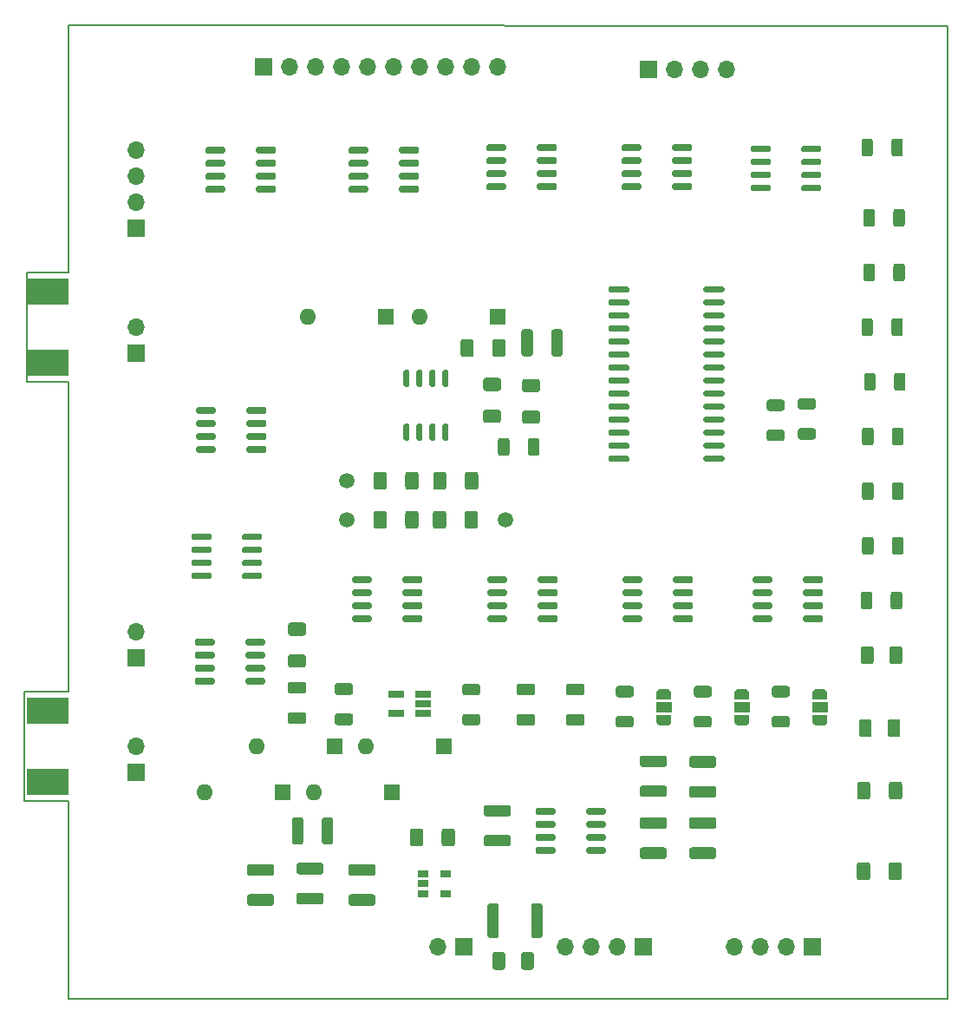
<source format=gbr>
%TF.GenerationSoftware,KiCad,Pcbnew,(5.1.12)-1*%
%TF.CreationDate,2021-11-19T01:02:39+01:00*%
%TF.ProjectId,HF_CaricoVariabile_r00,48465f43-6172-4696-936f-566172696162,rev?*%
%TF.SameCoordinates,Original*%
%TF.FileFunction,Soldermask,Bot*%
%TF.FilePolarity,Negative*%
%FSLAX46Y46*%
G04 Gerber Fmt 4.6, Leading zero omitted, Abs format (unit mm)*
G04 Created by KiCad (PCBNEW (5.1.12)-1) date 2021-11-19 01:02:39*
%MOMM*%
%LPD*%
G01*
G04 APERTURE LIST*
%TA.AperFunction,Profile*%
%ADD10C,0.150000*%
%TD*%
%ADD11O,1.700000X1.700000*%
%ADD12R,1.700000X1.700000*%
%ADD13C,1.500000*%
%ADD14O,1.600000X1.600000*%
%ADD15R,1.600000X1.600000*%
%ADD16R,1.060000X0.650000*%
%ADD17R,1.560000X0.650000*%
%ADD18R,1.500000X1.000000*%
%ADD19C,0.100000*%
%ADD20R,4.190000X2.665000*%
G04 APERTURE END LIST*
D10*
X151130000Y-160020000D02*
X65278000Y-160020000D01*
X65278000Y-65024000D02*
X65278000Y-89154000D01*
X65278000Y-89154000D02*
X61214000Y-89154000D01*
X65278000Y-130048000D02*
X60960000Y-130048000D01*
X65278000Y-140716000D02*
X60960000Y-140716000D01*
X65278000Y-140716000D02*
X65278000Y-160020000D01*
X151130000Y-65148899D02*
X65278000Y-65024000D01*
X151130000Y-160020000D02*
X151130000Y-65148899D01*
X60960000Y-130048000D02*
X60960000Y-140716000D01*
X65278000Y-99822000D02*
X65278000Y-130048000D01*
X61214000Y-99822000D02*
X65278000Y-99822000D01*
X61214000Y-89154000D02*
X61214000Y-99822000D01*
%TO.C,R74*%
G36*
G01*
X107965400Y-155686600D02*
X107965400Y-156936600D01*
G75*
G02*
X107715400Y-157186600I-250000J0D01*
G01*
X106965400Y-157186600D01*
G75*
G02*
X106715400Y-156936600I0J250000D01*
G01*
X106715400Y-155686600D01*
G75*
G02*
X106965400Y-155436600I250000J0D01*
G01*
X107715400Y-155436600D01*
G75*
G02*
X107965400Y-155686600I0J-250000D01*
G01*
G37*
G36*
G01*
X110765400Y-155686600D02*
X110765400Y-156936600D01*
G75*
G02*
X110515400Y-157186600I-250000J0D01*
G01*
X109765400Y-157186600D01*
G75*
G02*
X109515400Y-156936600I0J250000D01*
G01*
X109515400Y-155686600D01*
G75*
G02*
X109765400Y-155436600I250000J0D01*
G01*
X110515400Y-155436600D01*
G75*
G02*
X110765400Y-155686600I0J-250000D01*
G01*
G37*
%TD*%
%TO.C,D16*%
G36*
G01*
X110490200Y-153850001D02*
X110490200Y-150949999D01*
G75*
G02*
X110740199Y-150700000I249999J0D01*
G01*
X111365201Y-150700000D01*
G75*
G02*
X111615200Y-150949999I0J-249999D01*
G01*
X111615200Y-153850001D01*
G75*
G02*
X111365201Y-154100000I-249999J0D01*
G01*
X110740199Y-154100000D01*
G75*
G02*
X110490200Y-153850001I0J249999D01*
G01*
G37*
G36*
G01*
X106215200Y-153850001D02*
X106215200Y-150949999D01*
G75*
G02*
X106465199Y-150700000I249999J0D01*
G01*
X107090201Y-150700000D01*
G75*
G02*
X107340200Y-150949999I0J-249999D01*
G01*
X107340200Y-153850001D01*
G75*
G02*
X107090201Y-154100000I-249999J0D01*
G01*
X106465199Y-154100000D01*
G75*
G02*
X106215200Y-153850001I0J249999D01*
G01*
G37*
%TD*%
D11*
%TO.C,RControl1*%
X107188000Y-69088000D03*
X104648000Y-69088000D03*
X102108000Y-69088000D03*
X99568000Y-69088000D03*
X97028000Y-69088000D03*
X94488000Y-69088000D03*
X91948000Y-69088000D03*
X89408000Y-69088000D03*
X86868000Y-69088000D03*
D12*
X84328000Y-69088000D03*
%TD*%
%TO.C,U11*%
G36*
G01*
X98148000Y-103908000D02*
X98448000Y-103908000D01*
G75*
G02*
X98598000Y-104058000I0J-150000D01*
G01*
X98598000Y-105408000D01*
G75*
G02*
X98448000Y-105558000I-150000J0D01*
G01*
X98148000Y-105558000D01*
G75*
G02*
X97998000Y-105408000I0J150000D01*
G01*
X97998000Y-104058000D01*
G75*
G02*
X98148000Y-103908000I150000J0D01*
G01*
G37*
G36*
G01*
X99418000Y-103908000D02*
X99718000Y-103908000D01*
G75*
G02*
X99868000Y-104058000I0J-150000D01*
G01*
X99868000Y-105408000D01*
G75*
G02*
X99718000Y-105558000I-150000J0D01*
G01*
X99418000Y-105558000D01*
G75*
G02*
X99268000Y-105408000I0J150000D01*
G01*
X99268000Y-104058000D01*
G75*
G02*
X99418000Y-103908000I150000J0D01*
G01*
G37*
G36*
G01*
X100688000Y-103908000D02*
X100988000Y-103908000D01*
G75*
G02*
X101138000Y-104058000I0J-150000D01*
G01*
X101138000Y-105408000D01*
G75*
G02*
X100988000Y-105558000I-150000J0D01*
G01*
X100688000Y-105558000D01*
G75*
G02*
X100538000Y-105408000I0J150000D01*
G01*
X100538000Y-104058000D01*
G75*
G02*
X100688000Y-103908000I150000J0D01*
G01*
G37*
G36*
G01*
X101958000Y-103908000D02*
X102258000Y-103908000D01*
G75*
G02*
X102408000Y-104058000I0J-150000D01*
G01*
X102408000Y-105408000D01*
G75*
G02*
X102258000Y-105558000I-150000J0D01*
G01*
X101958000Y-105558000D01*
G75*
G02*
X101808000Y-105408000I0J150000D01*
G01*
X101808000Y-104058000D01*
G75*
G02*
X101958000Y-103908000I150000J0D01*
G01*
G37*
G36*
G01*
X101958000Y-98658000D02*
X102258000Y-98658000D01*
G75*
G02*
X102408000Y-98808000I0J-150000D01*
G01*
X102408000Y-100158000D01*
G75*
G02*
X102258000Y-100308000I-150000J0D01*
G01*
X101958000Y-100308000D01*
G75*
G02*
X101808000Y-100158000I0J150000D01*
G01*
X101808000Y-98808000D01*
G75*
G02*
X101958000Y-98658000I150000J0D01*
G01*
G37*
G36*
G01*
X100688000Y-98658000D02*
X100988000Y-98658000D01*
G75*
G02*
X101138000Y-98808000I0J-150000D01*
G01*
X101138000Y-100158000D01*
G75*
G02*
X100988000Y-100308000I-150000J0D01*
G01*
X100688000Y-100308000D01*
G75*
G02*
X100538000Y-100158000I0J150000D01*
G01*
X100538000Y-98808000D01*
G75*
G02*
X100688000Y-98658000I150000J0D01*
G01*
G37*
G36*
G01*
X99418000Y-98658000D02*
X99718000Y-98658000D01*
G75*
G02*
X99868000Y-98808000I0J-150000D01*
G01*
X99868000Y-100158000D01*
G75*
G02*
X99718000Y-100308000I-150000J0D01*
G01*
X99418000Y-100308000D01*
G75*
G02*
X99268000Y-100158000I0J150000D01*
G01*
X99268000Y-98808000D01*
G75*
G02*
X99418000Y-98658000I150000J0D01*
G01*
G37*
G36*
G01*
X98148000Y-98658000D02*
X98448000Y-98658000D01*
G75*
G02*
X98598000Y-98808000I0J-150000D01*
G01*
X98598000Y-100158000D01*
G75*
G02*
X98448000Y-100308000I-150000J0D01*
G01*
X98148000Y-100308000D01*
G75*
G02*
X97998000Y-100158000I0J150000D01*
G01*
X97998000Y-98808000D01*
G75*
G02*
X98148000Y-98658000I150000J0D01*
G01*
G37*
%TD*%
D13*
%TO.C,Out1*%
X92456000Y-109474000D03*
%TD*%
%TO.C,Inp-1*%
X92456000Y-113284000D03*
%TD*%
%TO.C,Inp+1*%
X107950000Y-113284000D03*
%TD*%
%TO.C,R73*%
G36*
G01*
X101764000Y-144897000D02*
X101764000Y-143647000D01*
G75*
G02*
X102014000Y-143397000I250000J0D01*
G01*
X102814000Y-143397000D01*
G75*
G02*
X103064000Y-143647000I0J-250000D01*
G01*
X103064000Y-144897000D01*
G75*
G02*
X102814000Y-145147000I-250000J0D01*
G01*
X102014000Y-145147000D01*
G75*
G02*
X101764000Y-144897000I0J250000D01*
G01*
G37*
G36*
G01*
X98664000Y-144897000D02*
X98664000Y-143647000D01*
G75*
G02*
X98914000Y-143397000I250000J0D01*
G01*
X99714000Y-143397000D01*
G75*
G02*
X99964000Y-143647000I0J-250000D01*
G01*
X99964000Y-144897000D01*
G75*
G02*
X99714000Y-145147000I-250000J0D01*
G01*
X98914000Y-145147000D01*
G75*
G02*
X98664000Y-144897000I0J250000D01*
G01*
G37*
%TD*%
%TO.C,R72*%
G36*
G01*
X96408000Y-108849000D02*
X96408000Y-110099000D01*
G75*
G02*
X96158000Y-110349000I-250000J0D01*
G01*
X95358000Y-110349000D01*
G75*
G02*
X95108000Y-110099000I0J250000D01*
G01*
X95108000Y-108849000D01*
G75*
G02*
X95358000Y-108599000I250000J0D01*
G01*
X96158000Y-108599000D01*
G75*
G02*
X96408000Y-108849000I0J-250000D01*
G01*
G37*
G36*
G01*
X99508000Y-108849000D02*
X99508000Y-110099000D01*
G75*
G02*
X99258000Y-110349000I-250000J0D01*
G01*
X98458000Y-110349000D01*
G75*
G02*
X98208000Y-110099000I0J250000D01*
G01*
X98208000Y-108849000D01*
G75*
G02*
X98458000Y-108599000I250000J0D01*
G01*
X99258000Y-108599000D01*
G75*
G02*
X99508000Y-108849000I0J-250000D01*
G01*
G37*
%TD*%
%TO.C,R71*%
G36*
G01*
X104024000Y-110099000D02*
X104024000Y-108849000D01*
G75*
G02*
X104274000Y-108599000I250000J0D01*
G01*
X105074000Y-108599000D01*
G75*
G02*
X105324000Y-108849000I0J-250000D01*
G01*
X105324000Y-110099000D01*
G75*
G02*
X105074000Y-110349000I-250000J0D01*
G01*
X104274000Y-110349000D01*
G75*
G02*
X104024000Y-110099000I0J250000D01*
G01*
G37*
G36*
G01*
X100924000Y-110099000D02*
X100924000Y-108849000D01*
G75*
G02*
X101174000Y-108599000I250000J0D01*
G01*
X101974000Y-108599000D01*
G75*
G02*
X102224000Y-108849000I0J-250000D01*
G01*
X102224000Y-110099000D01*
G75*
G02*
X101974000Y-110349000I-250000J0D01*
G01*
X101174000Y-110349000D01*
G75*
G02*
X100924000Y-110099000I0J250000D01*
G01*
G37*
%TD*%
%TO.C,R70*%
G36*
G01*
X98208000Y-113909000D02*
X98208000Y-112659000D01*
G75*
G02*
X98458000Y-112409000I250000J0D01*
G01*
X99258000Y-112409000D01*
G75*
G02*
X99508000Y-112659000I0J-250000D01*
G01*
X99508000Y-113909000D01*
G75*
G02*
X99258000Y-114159000I-250000J0D01*
G01*
X98458000Y-114159000D01*
G75*
G02*
X98208000Y-113909000I0J250000D01*
G01*
G37*
G36*
G01*
X95108000Y-113909000D02*
X95108000Y-112659000D01*
G75*
G02*
X95358000Y-112409000I250000J0D01*
G01*
X96158000Y-112409000D01*
G75*
G02*
X96408000Y-112659000I0J-250000D01*
G01*
X96408000Y-113909000D01*
G75*
G02*
X96158000Y-114159000I-250000J0D01*
G01*
X95358000Y-114159000D01*
G75*
G02*
X95108000Y-113909000I0J250000D01*
G01*
G37*
%TD*%
%TO.C,R69*%
G36*
G01*
X102198000Y-112659000D02*
X102198000Y-113909000D01*
G75*
G02*
X101948000Y-114159000I-250000J0D01*
G01*
X101148000Y-114159000D01*
G75*
G02*
X100898000Y-113909000I0J250000D01*
G01*
X100898000Y-112659000D01*
G75*
G02*
X101148000Y-112409000I250000J0D01*
G01*
X101948000Y-112409000D01*
G75*
G02*
X102198000Y-112659000I0J-250000D01*
G01*
G37*
G36*
G01*
X105298000Y-112659000D02*
X105298000Y-113909000D01*
G75*
G02*
X105048000Y-114159000I-250000J0D01*
G01*
X104248000Y-114159000D01*
G75*
G02*
X103998000Y-113909000I0J250000D01*
G01*
X103998000Y-112659000D01*
G75*
G02*
X104248000Y-112409000I250000J0D01*
G01*
X105048000Y-112409000D01*
G75*
G02*
X105298000Y-112659000I0J-250000D01*
G01*
G37*
%TD*%
%TO.C,R68*%
G36*
G01*
X109865000Y-102627000D02*
X111115000Y-102627000D01*
G75*
G02*
X111365000Y-102877000I0J-250000D01*
G01*
X111365000Y-103677000D01*
G75*
G02*
X111115000Y-103927000I-250000J0D01*
G01*
X109865000Y-103927000D01*
G75*
G02*
X109615000Y-103677000I0J250000D01*
G01*
X109615000Y-102877000D01*
G75*
G02*
X109865000Y-102627000I250000J0D01*
G01*
G37*
G36*
G01*
X109865000Y-99527000D02*
X111115000Y-99527000D01*
G75*
G02*
X111365000Y-99777000I0J-250000D01*
G01*
X111365000Y-100577000D01*
G75*
G02*
X111115000Y-100827000I-250000J0D01*
G01*
X109865000Y-100827000D01*
G75*
G02*
X109615000Y-100577000I0J250000D01*
G01*
X109615000Y-99777000D01*
G75*
G02*
X109865000Y-99527000I250000J0D01*
G01*
G37*
%TD*%
%TO.C,R67*%
G36*
G01*
X107305000Y-100726000D02*
X106055000Y-100726000D01*
G75*
G02*
X105805000Y-100476000I0J250000D01*
G01*
X105805000Y-99676000D01*
G75*
G02*
X106055000Y-99426000I250000J0D01*
G01*
X107305000Y-99426000D01*
G75*
G02*
X107555000Y-99676000I0J-250000D01*
G01*
X107555000Y-100476000D01*
G75*
G02*
X107305000Y-100726000I-250000J0D01*
G01*
G37*
G36*
G01*
X107305000Y-103826000D02*
X106055000Y-103826000D01*
G75*
G02*
X105805000Y-103576000I0J250000D01*
G01*
X105805000Y-102776000D01*
G75*
G02*
X106055000Y-102526000I250000J0D01*
G01*
X107305000Y-102526000D01*
G75*
G02*
X107555000Y-102776000I0J-250000D01*
G01*
X107555000Y-103576000D01*
G75*
G02*
X107305000Y-103826000I-250000J0D01*
G01*
G37*
%TD*%
%TO.C,R66*%
G36*
G01*
X104891000Y-95895000D02*
X104891000Y-97145000D01*
G75*
G02*
X104641000Y-97395000I-250000J0D01*
G01*
X103841000Y-97395000D01*
G75*
G02*
X103591000Y-97145000I0J250000D01*
G01*
X103591000Y-95895000D01*
G75*
G02*
X103841000Y-95645000I250000J0D01*
G01*
X104641000Y-95645000D01*
G75*
G02*
X104891000Y-95895000I0J-250000D01*
G01*
G37*
G36*
G01*
X107991000Y-95895000D02*
X107991000Y-97145000D01*
G75*
G02*
X107741000Y-97395000I-250000J0D01*
G01*
X106941000Y-97395000D01*
G75*
G02*
X106691000Y-97145000I0J250000D01*
G01*
X106691000Y-95895000D01*
G75*
G02*
X106941000Y-95645000I250000J0D01*
G01*
X107741000Y-95645000D01*
G75*
G02*
X107991000Y-95895000I0J-250000D01*
G01*
G37*
%TD*%
D14*
%TO.C,D15*%
X99568000Y-93472000D03*
D15*
X107188000Y-93472000D03*
%TD*%
D14*
%TO.C,D12*%
X88646000Y-93472000D03*
D15*
X96266000Y-93472000D03*
%TD*%
%TO.C,C18*%
G36*
G01*
X110668000Y-94936999D02*
X110668000Y-97087001D01*
G75*
G02*
X110418001Y-97337000I-249999J0D01*
G01*
X109792999Y-97337000D01*
G75*
G02*
X109543000Y-97087001I0J249999D01*
G01*
X109543000Y-94936999D01*
G75*
G02*
X109792999Y-94687000I249999J0D01*
G01*
X110418001Y-94687000D01*
G75*
G02*
X110668000Y-94936999I0J-249999D01*
G01*
G37*
G36*
G01*
X113593000Y-94936999D02*
X113593000Y-97087001D01*
G75*
G02*
X113343001Y-97337000I-249999J0D01*
G01*
X112717999Y-97337000D01*
G75*
G02*
X112468000Y-97087001I0J249999D01*
G01*
X112468000Y-94936999D01*
G75*
G02*
X112717999Y-94687000I249999J0D01*
G01*
X113343001Y-94687000D01*
G75*
G02*
X113593000Y-94936999I0J-249999D01*
G01*
G37*
%TD*%
%TO.C,C17*%
G36*
G01*
X85149001Y-148006000D02*
X82998999Y-148006000D01*
G75*
G02*
X82749000Y-147756001I0J249999D01*
G01*
X82749000Y-147130999D01*
G75*
G02*
X82998999Y-146881000I249999J0D01*
G01*
X85149001Y-146881000D01*
G75*
G02*
X85399000Y-147130999I0J-249999D01*
G01*
X85399000Y-147756001D01*
G75*
G02*
X85149001Y-148006000I-249999J0D01*
G01*
G37*
G36*
G01*
X85149001Y-150931000D02*
X82998999Y-150931000D01*
G75*
G02*
X82749000Y-150681001I0J249999D01*
G01*
X82749000Y-150055999D01*
G75*
G02*
X82998999Y-149806000I249999J0D01*
G01*
X85149001Y-149806000D01*
G75*
G02*
X85399000Y-150055999I0J-249999D01*
G01*
X85399000Y-150681001D01*
G75*
G02*
X85149001Y-150931000I-249999J0D01*
G01*
G37*
%TD*%
%TO.C,U9*%
G36*
G01*
X79591000Y-125072000D02*
X79591000Y-125372000D01*
G75*
G02*
X79441000Y-125522000I-150000J0D01*
G01*
X77791000Y-125522000D01*
G75*
G02*
X77641000Y-125372000I0J150000D01*
G01*
X77641000Y-125072000D01*
G75*
G02*
X77791000Y-124922000I150000J0D01*
G01*
X79441000Y-124922000D01*
G75*
G02*
X79591000Y-125072000I0J-150000D01*
G01*
G37*
G36*
G01*
X79591000Y-126342000D02*
X79591000Y-126642000D01*
G75*
G02*
X79441000Y-126792000I-150000J0D01*
G01*
X77791000Y-126792000D01*
G75*
G02*
X77641000Y-126642000I0J150000D01*
G01*
X77641000Y-126342000D01*
G75*
G02*
X77791000Y-126192000I150000J0D01*
G01*
X79441000Y-126192000D01*
G75*
G02*
X79591000Y-126342000I0J-150000D01*
G01*
G37*
G36*
G01*
X79591000Y-127612000D02*
X79591000Y-127912000D01*
G75*
G02*
X79441000Y-128062000I-150000J0D01*
G01*
X77791000Y-128062000D01*
G75*
G02*
X77641000Y-127912000I0J150000D01*
G01*
X77641000Y-127612000D01*
G75*
G02*
X77791000Y-127462000I150000J0D01*
G01*
X79441000Y-127462000D01*
G75*
G02*
X79591000Y-127612000I0J-150000D01*
G01*
G37*
G36*
G01*
X79591000Y-128882000D02*
X79591000Y-129182000D01*
G75*
G02*
X79441000Y-129332000I-150000J0D01*
G01*
X77791000Y-129332000D01*
G75*
G02*
X77641000Y-129182000I0J150000D01*
G01*
X77641000Y-128882000D01*
G75*
G02*
X77791000Y-128732000I150000J0D01*
G01*
X79441000Y-128732000D01*
G75*
G02*
X79591000Y-128882000I0J-150000D01*
G01*
G37*
G36*
G01*
X84541000Y-128882000D02*
X84541000Y-129182000D01*
G75*
G02*
X84391000Y-129332000I-150000J0D01*
G01*
X82741000Y-129332000D01*
G75*
G02*
X82591000Y-129182000I0J150000D01*
G01*
X82591000Y-128882000D01*
G75*
G02*
X82741000Y-128732000I150000J0D01*
G01*
X84391000Y-128732000D01*
G75*
G02*
X84541000Y-128882000I0J-150000D01*
G01*
G37*
G36*
G01*
X84541000Y-127612000D02*
X84541000Y-127912000D01*
G75*
G02*
X84391000Y-128062000I-150000J0D01*
G01*
X82741000Y-128062000D01*
G75*
G02*
X82591000Y-127912000I0J150000D01*
G01*
X82591000Y-127612000D01*
G75*
G02*
X82741000Y-127462000I150000J0D01*
G01*
X84391000Y-127462000D01*
G75*
G02*
X84541000Y-127612000I0J-150000D01*
G01*
G37*
G36*
G01*
X84541000Y-126342000D02*
X84541000Y-126642000D01*
G75*
G02*
X84391000Y-126792000I-150000J0D01*
G01*
X82741000Y-126792000D01*
G75*
G02*
X82591000Y-126642000I0J150000D01*
G01*
X82591000Y-126342000D01*
G75*
G02*
X82741000Y-126192000I150000J0D01*
G01*
X84391000Y-126192000D01*
G75*
G02*
X84541000Y-126342000I0J-150000D01*
G01*
G37*
G36*
G01*
X84541000Y-125072000D02*
X84541000Y-125372000D01*
G75*
G02*
X84391000Y-125522000I-150000J0D01*
G01*
X82741000Y-125522000D01*
G75*
G02*
X82591000Y-125372000I0J150000D01*
G01*
X82591000Y-125072000D01*
G75*
G02*
X82741000Y-124922000I150000J0D01*
G01*
X84391000Y-124922000D01*
G75*
G02*
X84541000Y-125072000I0J-150000D01*
G01*
G37*
%TD*%
%TO.C,R63*%
G36*
G01*
X145301000Y-134229000D02*
X145301000Y-132979000D01*
G75*
G02*
X145551000Y-132729000I250000J0D01*
G01*
X146301000Y-132729000D01*
G75*
G02*
X146551000Y-132979000I0J-250000D01*
G01*
X146551000Y-134229000D01*
G75*
G02*
X146301000Y-134479000I-250000J0D01*
G01*
X145551000Y-134479000D01*
G75*
G02*
X145301000Y-134229000I0J250000D01*
G01*
G37*
G36*
G01*
X142501000Y-134229000D02*
X142501000Y-132979000D01*
G75*
G02*
X142751000Y-132729000I250000J0D01*
G01*
X143501000Y-132729000D01*
G75*
G02*
X143751000Y-132979000I0J-250000D01*
G01*
X143751000Y-134229000D01*
G75*
G02*
X143501000Y-134479000I-250000J0D01*
G01*
X142751000Y-134479000D01*
G75*
G02*
X142501000Y-134229000I0J250000D01*
G01*
G37*
%TD*%
%TO.C,R61*%
G36*
G01*
X87005000Y-126402000D02*
X88255000Y-126402000D01*
G75*
G02*
X88505000Y-126652000I0J-250000D01*
G01*
X88505000Y-127452000D01*
G75*
G02*
X88255000Y-127702000I-250000J0D01*
G01*
X87005000Y-127702000D01*
G75*
G02*
X86755000Y-127452000I0J250000D01*
G01*
X86755000Y-126652000D01*
G75*
G02*
X87005000Y-126402000I250000J0D01*
G01*
G37*
G36*
G01*
X87005000Y-123302000D02*
X88255000Y-123302000D01*
G75*
G02*
X88505000Y-123552000I0J-250000D01*
G01*
X88505000Y-124352000D01*
G75*
G02*
X88255000Y-124602000I-250000J0D01*
G01*
X87005000Y-124602000D01*
G75*
G02*
X86755000Y-124352000I0J250000D01*
G01*
X86755000Y-123552000D01*
G75*
G02*
X87005000Y-123302000I250000J0D01*
G01*
G37*
%TD*%
D11*
%TO.C,Mode1*%
X71882000Y-77216000D03*
X71882000Y-79756000D03*
X71882000Y-82296000D03*
D12*
X71882000Y-84836000D03*
%TD*%
%TO.C,IC1*%
G36*
G01*
X79272000Y-114785000D02*
X79272000Y-115085000D01*
G75*
G02*
X79122000Y-115235000I-150000J0D01*
G01*
X77472000Y-115235000D01*
G75*
G02*
X77322000Y-115085000I0J150000D01*
G01*
X77322000Y-114785000D01*
G75*
G02*
X77472000Y-114635000I150000J0D01*
G01*
X79122000Y-114635000D01*
G75*
G02*
X79272000Y-114785000I0J-150000D01*
G01*
G37*
G36*
G01*
X79272000Y-116055000D02*
X79272000Y-116355000D01*
G75*
G02*
X79122000Y-116505000I-150000J0D01*
G01*
X77472000Y-116505000D01*
G75*
G02*
X77322000Y-116355000I0J150000D01*
G01*
X77322000Y-116055000D01*
G75*
G02*
X77472000Y-115905000I150000J0D01*
G01*
X79122000Y-115905000D01*
G75*
G02*
X79272000Y-116055000I0J-150000D01*
G01*
G37*
G36*
G01*
X79272000Y-117325000D02*
X79272000Y-117625000D01*
G75*
G02*
X79122000Y-117775000I-150000J0D01*
G01*
X77472000Y-117775000D01*
G75*
G02*
X77322000Y-117625000I0J150000D01*
G01*
X77322000Y-117325000D01*
G75*
G02*
X77472000Y-117175000I150000J0D01*
G01*
X79122000Y-117175000D01*
G75*
G02*
X79272000Y-117325000I0J-150000D01*
G01*
G37*
G36*
G01*
X79272000Y-118595000D02*
X79272000Y-118895000D01*
G75*
G02*
X79122000Y-119045000I-150000J0D01*
G01*
X77472000Y-119045000D01*
G75*
G02*
X77322000Y-118895000I0J150000D01*
G01*
X77322000Y-118595000D01*
G75*
G02*
X77472000Y-118445000I150000J0D01*
G01*
X79122000Y-118445000D01*
G75*
G02*
X79272000Y-118595000I0J-150000D01*
G01*
G37*
G36*
G01*
X84222000Y-118595000D02*
X84222000Y-118895000D01*
G75*
G02*
X84072000Y-119045000I-150000J0D01*
G01*
X82422000Y-119045000D01*
G75*
G02*
X82272000Y-118895000I0J150000D01*
G01*
X82272000Y-118595000D01*
G75*
G02*
X82422000Y-118445000I150000J0D01*
G01*
X84072000Y-118445000D01*
G75*
G02*
X84222000Y-118595000I0J-150000D01*
G01*
G37*
G36*
G01*
X84222000Y-117325000D02*
X84222000Y-117625000D01*
G75*
G02*
X84072000Y-117775000I-150000J0D01*
G01*
X82422000Y-117775000D01*
G75*
G02*
X82272000Y-117625000I0J150000D01*
G01*
X82272000Y-117325000D01*
G75*
G02*
X82422000Y-117175000I150000J0D01*
G01*
X84072000Y-117175000D01*
G75*
G02*
X84222000Y-117325000I0J-150000D01*
G01*
G37*
G36*
G01*
X84222000Y-116055000D02*
X84222000Y-116355000D01*
G75*
G02*
X84072000Y-116505000I-150000J0D01*
G01*
X82422000Y-116505000D01*
G75*
G02*
X82272000Y-116355000I0J150000D01*
G01*
X82272000Y-116055000D01*
G75*
G02*
X82422000Y-115905000I150000J0D01*
G01*
X84072000Y-115905000D01*
G75*
G02*
X84222000Y-116055000I0J-150000D01*
G01*
G37*
G36*
G01*
X84222000Y-114785000D02*
X84222000Y-115085000D01*
G75*
G02*
X84072000Y-115235000I-150000J0D01*
G01*
X82422000Y-115235000D01*
G75*
G02*
X82272000Y-115085000I0J150000D01*
G01*
X82272000Y-114785000D01*
G75*
G02*
X82422000Y-114635000I150000J0D01*
G01*
X84072000Y-114635000D01*
G75*
G02*
X84222000Y-114785000I0J-150000D01*
G01*
G37*
%TD*%
%TO.C,R19*%
G36*
G01*
X145493000Y-127117000D02*
X145493000Y-125867000D01*
G75*
G02*
X145743000Y-125617000I250000J0D01*
G01*
X146493000Y-125617000D01*
G75*
G02*
X146743000Y-125867000I0J-250000D01*
G01*
X146743000Y-127117000D01*
G75*
G02*
X146493000Y-127367000I-250000J0D01*
G01*
X145743000Y-127367000D01*
G75*
G02*
X145493000Y-127117000I0J250000D01*
G01*
G37*
G36*
G01*
X142693000Y-127117000D02*
X142693000Y-125867000D01*
G75*
G02*
X142943000Y-125617000I250000J0D01*
G01*
X143693000Y-125617000D01*
G75*
G02*
X143943000Y-125867000I0J-250000D01*
G01*
X143943000Y-127117000D01*
G75*
G02*
X143693000Y-127367000I-250000J0D01*
G01*
X142943000Y-127367000D01*
G75*
G02*
X142693000Y-127117000I0J250000D01*
G01*
G37*
%TD*%
%TO.C,IC11*%
G36*
G01*
X80624000Y-77066000D02*
X80624000Y-77366000D01*
G75*
G02*
X80474000Y-77516000I-150000J0D01*
G01*
X78824000Y-77516000D01*
G75*
G02*
X78674000Y-77366000I0J150000D01*
G01*
X78674000Y-77066000D01*
G75*
G02*
X78824000Y-76916000I150000J0D01*
G01*
X80474000Y-76916000D01*
G75*
G02*
X80624000Y-77066000I0J-150000D01*
G01*
G37*
G36*
G01*
X80624000Y-78336000D02*
X80624000Y-78636000D01*
G75*
G02*
X80474000Y-78786000I-150000J0D01*
G01*
X78824000Y-78786000D01*
G75*
G02*
X78674000Y-78636000I0J150000D01*
G01*
X78674000Y-78336000D01*
G75*
G02*
X78824000Y-78186000I150000J0D01*
G01*
X80474000Y-78186000D01*
G75*
G02*
X80624000Y-78336000I0J-150000D01*
G01*
G37*
G36*
G01*
X80624000Y-79606000D02*
X80624000Y-79906000D01*
G75*
G02*
X80474000Y-80056000I-150000J0D01*
G01*
X78824000Y-80056000D01*
G75*
G02*
X78674000Y-79906000I0J150000D01*
G01*
X78674000Y-79606000D01*
G75*
G02*
X78824000Y-79456000I150000J0D01*
G01*
X80474000Y-79456000D01*
G75*
G02*
X80624000Y-79606000I0J-150000D01*
G01*
G37*
G36*
G01*
X80624000Y-80876000D02*
X80624000Y-81176000D01*
G75*
G02*
X80474000Y-81326000I-150000J0D01*
G01*
X78824000Y-81326000D01*
G75*
G02*
X78674000Y-81176000I0J150000D01*
G01*
X78674000Y-80876000D01*
G75*
G02*
X78824000Y-80726000I150000J0D01*
G01*
X80474000Y-80726000D01*
G75*
G02*
X80624000Y-80876000I0J-150000D01*
G01*
G37*
G36*
G01*
X85574000Y-80876000D02*
X85574000Y-81176000D01*
G75*
G02*
X85424000Y-81326000I-150000J0D01*
G01*
X83774000Y-81326000D01*
G75*
G02*
X83624000Y-81176000I0J150000D01*
G01*
X83624000Y-80876000D01*
G75*
G02*
X83774000Y-80726000I150000J0D01*
G01*
X85424000Y-80726000D01*
G75*
G02*
X85574000Y-80876000I0J-150000D01*
G01*
G37*
G36*
G01*
X85574000Y-79606000D02*
X85574000Y-79906000D01*
G75*
G02*
X85424000Y-80056000I-150000J0D01*
G01*
X83774000Y-80056000D01*
G75*
G02*
X83624000Y-79906000I0J150000D01*
G01*
X83624000Y-79606000D01*
G75*
G02*
X83774000Y-79456000I150000J0D01*
G01*
X85424000Y-79456000D01*
G75*
G02*
X85574000Y-79606000I0J-150000D01*
G01*
G37*
G36*
G01*
X85574000Y-78336000D02*
X85574000Y-78636000D01*
G75*
G02*
X85424000Y-78786000I-150000J0D01*
G01*
X83774000Y-78786000D01*
G75*
G02*
X83624000Y-78636000I0J150000D01*
G01*
X83624000Y-78336000D01*
G75*
G02*
X83774000Y-78186000I150000J0D01*
G01*
X85424000Y-78186000D01*
G75*
G02*
X85574000Y-78336000I0J-150000D01*
G01*
G37*
G36*
G01*
X85574000Y-77066000D02*
X85574000Y-77366000D01*
G75*
G02*
X85424000Y-77516000I-150000J0D01*
G01*
X83774000Y-77516000D01*
G75*
G02*
X83624000Y-77366000I0J150000D01*
G01*
X83624000Y-77066000D01*
G75*
G02*
X83774000Y-76916000I150000J0D01*
G01*
X85424000Y-76916000D01*
G75*
G02*
X85574000Y-77066000I0J-150000D01*
G01*
G37*
%TD*%
%TO.C,IC10*%
G36*
G01*
X137054000Y-123086000D02*
X137054000Y-122786000D01*
G75*
G02*
X137204000Y-122636000I150000J0D01*
G01*
X138854000Y-122636000D01*
G75*
G02*
X139004000Y-122786000I0J-150000D01*
G01*
X139004000Y-123086000D01*
G75*
G02*
X138854000Y-123236000I-150000J0D01*
G01*
X137204000Y-123236000D01*
G75*
G02*
X137054000Y-123086000I0J150000D01*
G01*
G37*
G36*
G01*
X137054000Y-121816000D02*
X137054000Y-121516000D01*
G75*
G02*
X137204000Y-121366000I150000J0D01*
G01*
X138854000Y-121366000D01*
G75*
G02*
X139004000Y-121516000I0J-150000D01*
G01*
X139004000Y-121816000D01*
G75*
G02*
X138854000Y-121966000I-150000J0D01*
G01*
X137204000Y-121966000D01*
G75*
G02*
X137054000Y-121816000I0J150000D01*
G01*
G37*
G36*
G01*
X137054000Y-120546000D02*
X137054000Y-120246000D01*
G75*
G02*
X137204000Y-120096000I150000J0D01*
G01*
X138854000Y-120096000D01*
G75*
G02*
X139004000Y-120246000I0J-150000D01*
G01*
X139004000Y-120546000D01*
G75*
G02*
X138854000Y-120696000I-150000J0D01*
G01*
X137204000Y-120696000D01*
G75*
G02*
X137054000Y-120546000I0J150000D01*
G01*
G37*
G36*
G01*
X137054000Y-119276000D02*
X137054000Y-118976000D01*
G75*
G02*
X137204000Y-118826000I150000J0D01*
G01*
X138854000Y-118826000D01*
G75*
G02*
X139004000Y-118976000I0J-150000D01*
G01*
X139004000Y-119276000D01*
G75*
G02*
X138854000Y-119426000I-150000J0D01*
G01*
X137204000Y-119426000D01*
G75*
G02*
X137054000Y-119276000I0J150000D01*
G01*
G37*
G36*
G01*
X132104000Y-119276000D02*
X132104000Y-118976000D01*
G75*
G02*
X132254000Y-118826000I150000J0D01*
G01*
X133904000Y-118826000D01*
G75*
G02*
X134054000Y-118976000I0J-150000D01*
G01*
X134054000Y-119276000D01*
G75*
G02*
X133904000Y-119426000I-150000J0D01*
G01*
X132254000Y-119426000D01*
G75*
G02*
X132104000Y-119276000I0J150000D01*
G01*
G37*
G36*
G01*
X132104000Y-120546000D02*
X132104000Y-120246000D01*
G75*
G02*
X132254000Y-120096000I150000J0D01*
G01*
X133904000Y-120096000D01*
G75*
G02*
X134054000Y-120246000I0J-150000D01*
G01*
X134054000Y-120546000D01*
G75*
G02*
X133904000Y-120696000I-150000J0D01*
G01*
X132254000Y-120696000D01*
G75*
G02*
X132104000Y-120546000I0J150000D01*
G01*
G37*
G36*
G01*
X132104000Y-121816000D02*
X132104000Y-121516000D01*
G75*
G02*
X132254000Y-121366000I150000J0D01*
G01*
X133904000Y-121366000D01*
G75*
G02*
X134054000Y-121516000I0J-150000D01*
G01*
X134054000Y-121816000D01*
G75*
G02*
X133904000Y-121966000I-150000J0D01*
G01*
X132254000Y-121966000D01*
G75*
G02*
X132104000Y-121816000I0J150000D01*
G01*
G37*
G36*
G01*
X132104000Y-123086000D02*
X132104000Y-122786000D01*
G75*
G02*
X132254000Y-122636000I150000J0D01*
G01*
X133904000Y-122636000D01*
G75*
G02*
X134054000Y-122786000I0J-150000D01*
G01*
X134054000Y-123086000D01*
G75*
G02*
X133904000Y-123236000I-150000J0D01*
G01*
X132254000Y-123236000D01*
G75*
G02*
X132104000Y-123086000I0J150000D01*
G01*
G37*
%TD*%
%TO.C,IC9*%
G36*
G01*
X94594000Y-77066000D02*
X94594000Y-77366000D01*
G75*
G02*
X94444000Y-77516000I-150000J0D01*
G01*
X92794000Y-77516000D01*
G75*
G02*
X92644000Y-77366000I0J150000D01*
G01*
X92644000Y-77066000D01*
G75*
G02*
X92794000Y-76916000I150000J0D01*
G01*
X94444000Y-76916000D01*
G75*
G02*
X94594000Y-77066000I0J-150000D01*
G01*
G37*
G36*
G01*
X94594000Y-78336000D02*
X94594000Y-78636000D01*
G75*
G02*
X94444000Y-78786000I-150000J0D01*
G01*
X92794000Y-78786000D01*
G75*
G02*
X92644000Y-78636000I0J150000D01*
G01*
X92644000Y-78336000D01*
G75*
G02*
X92794000Y-78186000I150000J0D01*
G01*
X94444000Y-78186000D01*
G75*
G02*
X94594000Y-78336000I0J-150000D01*
G01*
G37*
G36*
G01*
X94594000Y-79606000D02*
X94594000Y-79906000D01*
G75*
G02*
X94444000Y-80056000I-150000J0D01*
G01*
X92794000Y-80056000D01*
G75*
G02*
X92644000Y-79906000I0J150000D01*
G01*
X92644000Y-79606000D01*
G75*
G02*
X92794000Y-79456000I150000J0D01*
G01*
X94444000Y-79456000D01*
G75*
G02*
X94594000Y-79606000I0J-150000D01*
G01*
G37*
G36*
G01*
X94594000Y-80876000D02*
X94594000Y-81176000D01*
G75*
G02*
X94444000Y-81326000I-150000J0D01*
G01*
X92794000Y-81326000D01*
G75*
G02*
X92644000Y-81176000I0J150000D01*
G01*
X92644000Y-80876000D01*
G75*
G02*
X92794000Y-80726000I150000J0D01*
G01*
X94444000Y-80726000D01*
G75*
G02*
X94594000Y-80876000I0J-150000D01*
G01*
G37*
G36*
G01*
X99544000Y-80876000D02*
X99544000Y-81176000D01*
G75*
G02*
X99394000Y-81326000I-150000J0D01*
G01*
X97744000Y-81326000D01*
G75*
G02*
X97594000Y-81176000I0J150000D01*
G01*
X97594000Y-80876000D01*
G75*
G02*
X97744000Y-80726000I150000J0D01*
G01*
X99394000Y-80726000D01*
G75*
G02*
X99544000Y-80876000I0J-150000D01*
G01*
G37*
G36*
G01*
X99544000Y-79606000D02*
X99544000Y-79906000D01*
G75*
G02*
X99394000Y-80056000I-150000J0D01*
G01*
X97744000Y-80056000D01*
G75*
G02*
X97594000Y-79906000I0J150000D01*
G01*
X97594000Y-79606000D01*
G75*
G02*
X97744000Y-79456000I150000J0D01*
G01*
X99394000Y-79456000D01*
G75*
G02*
X99544000Y-79606000I0J-150000D01*
G01*
G37*
G36*
G01*
X99544000Y-78336000D02*
X99544000Y-78636000D01*
G75*
G02*
X99394000Y-78786000I-150000J0D01*
G01*
X97744000Y-78786000D01*
G75*
G02*
X97594000Y-78636000I0J150000D01*
G01*
X97594000Y-78336000D01*
G75*
G02*
X97744000Y-78186000I150000J0D01*
G01*
X99394000Y-78186000D01*
G75*
G02*
X99544000Y-78336000I0J-150000D01*
G01*
G37*
G36*
G01*
X99544000Y-77066000D02*
X99544000Y-77366000D01*
G75*
G02*
X99394000Y-77516000I-150000J0D01*
G01*
X97744000Y-77516000D01*
G75*
G02*
X97594000Y-77366000I0J150000D01*
G01*
X97594000Y-77066000D01*
G75*
G02*
X97744000Y-76916000I150000J0D01*
G01*
X99394000Y-76916000D01*
G75*
G02*
X99544000Y-77066000I0J-150000D01*
G01*
G37*
%TD*%
%TO.C,IC8*%
G36*
G01*
X124354000Y-123086000D02*
X124354000Y-122786000D01*
G75*
G02*
X124504000Y-122636000I150000J0D01*
G01*
X126154000Y-122636000D01*
G75*
G02*
X126304000Y-122786000I0J-150000D01*
G01*
X126304000Y-123086000D01*
G75*
G02*
X126154000Y-123236000I-150000J0D01*
G01*
X124504000Y-123236000D01*
G75*
G02*
X124354000Y-123086000I0J150000D01*
G01*
G37*
G36*
G01*
X124354000Y-121816000D02*
X124354000Y-121516000D01*
G75*
G02*
X124504000Y-121366000I150000J0D01*
G01*
X126154000Y-121366000D01*
G75*
G02*
X126304000Y-121516000I0J-150000D01*
G01*
X126304000Y-121816000D01*
G75*
G02*
X126154000Y-121966000I-150000J0D01*
G01*
X124504000Y-121966000D01*
G75*
G02*
X124354000Y-121816000I0J150000D01*
G01*
G37*
G36*
G01*
X124354000Y-120546000D02*
X124354000Y-120246000D01*
G75*
G02*
X124504000Y-120096000I150000J0D01*
G01*
X126154000Y-120096000D01*
G75*
G02*
X126304000Y-120246000I0J-150000D01*
G01*
X126304000Y-120546000D01*
G75*
G02*
X126154000Y-120696000I-150000J0D01*
G01*
X124504000Y-120696000D01*
G75*
G02*
X124354000Y-120546000I0J150000D01*
G01*
G37*
G36*
G01*
X124354000Y-119276000D02*
X124354000Y-118976000D01*
G75*
G02*
X124504000Y-118826000I150000J0D01*
G01*
X126154000Y-118826000D01*
G75*
G02*
X126304000Y-118976000I0J-150000D01*
G01*
X126304000Y-119276000D01*
G75*
G02*
X126154000Y-119426000I-150000J0D01*
G01*
X124504000Y-119426000D01*
G75*
G02*
X124354000Y-119276000I0J150000D01*
G01*
G37*
G36*
G01*
X119404000Y-119276000D02*
X119404000Y-118976000D01*
G75*
G02*
X119554000Y-118826000I150000J0D01*
G01*
X121204000Y-118826000D01*
G75*
G02*
X121354000Y-118976000I0J-150000D01*
G01*
X121354000Y-119276000D01*
G75*
G02*
X121204000Y-119426000I-150000J0D01*
G01*
X119554000Y-119426000D01*
G75*
G02*
X119404000Y-119276000I0J150000D01*
G01*
G37*
G36*
G01*
X119404000Y-120546000D02*
X119404000Y-120246000D01*
G75*
G02*
X119554000Y-120096000I150000J0D01*
G01*
X121204000Y-120096000D01*
G75*
G02*
X121354000Y-120246000I0J-150000D01*
G01*
X121354000Y-120546000D01*
G75*
G02*
X121204000Y-120696000I-150000J0D01*
G01*
X119554000Y-120696000D01*
G75*
G02*
X119404000Y-120546000I0J150000D01*
G01*
G37*
G36*
G01*
X119404000Y-121816000D02*
X119404000Y-121516000D01*
G75*
G02*
X119554000Y-121366000I150000J0D01*
G01*
X121204000Y-121366000D01*
G75*
G02*
X121354000Y-121516000I0J-150000D01*
G01*
X121354000Y-121816000D01*
G75*
G02*
X121204000Y-121966000I-150000J0D01*
G01*
X119554000Y-121966000D01*
G75*
G02*
X119404000Y-121816000I0J150000D01*
G01*
G37*
G36*
G01*
X119404000Y-123086000D02*
X119404000Y-122786000D01*
G75*
G02*
X119554000Y-122636000I150000J0D01*
G01*
X121204000Y-122636000D01*
G75*
G02*
X121354000Y-122786000I0J-150000D01*
G01*
X121354000Y-123086000D01*
G75*
G02*
X121204000Y-123236000I-150000J0D01*
G01*
X119554000Y-123236000D01*
G75*
G02*
X119404000Y-123086000I0J150000D01*
G01*
G37*
%TD*%
%TO.C,IC7*%
G36*
G01*
X108056000Y-76812000D02*
X108056000Y-77112000D01*
G75*
G02*
X107906000Y-77262000I-150000J0D01*
G01*
X106256000Y-77262000D01*
G75*
G02*
X106106000Y-77112000I0J150000D01*
G01*
X106106000Y-76812000D01*
G75*
G02*
X106256000Y-76662000I150000J0D01*
G01*
X107906000Y-76662000D01*
G75*
G02*
X108056000Y-76812000I0J-150000D01*
G01*
G37*
G36*
G01*
X108056000Y-78082000D02*
X108056000Y-78382000D01*
G75*
G02*
X107906000Y-78532000I-150000J0D01*
G01*
X106256000Y-78532000D01*
G75*
G02*
X106106000Y-78382000I0J150000D01*
G01*
X106106000Y-78082000D01*
G75*
G02*
X106256000Y-77932000I150000J0D01*
G01*
X107906000Y-77932000D01*
G75*
G02*
X108056000Y-78082000I0J-150000D01*
G01*
G37*
G36*
G01*
X108056000Y-79352000D02*
X108056000Y-79652000D01*
G75*
G02*
X107906000Y-79802000I-150000J0D01*
G01*
X106256000Y-79802000D01*
G75*
G02*
X106106000Y-79652000I0J150000D01*
G01*
X106106000Y-79352000D01*
G75*
G02*
X106256000Y-79202000I150000J0D01*
G01*
X107906000Y-79202000D01*
G75*
G02*
X108056000Y-79352000I0J-150000D01*
G01*
G37*
G36*
G01*
X108056000Y-80622000D02*
X108056000Y-80922000D01*
G75*
G02*
X107906000Y-81072000I-150000J0D01*
G01*
X106256000Y-81072000D01*
G75*
G02*
X106106000Y-80922000I0J150000D01*
G01*
X106106000Y-80622000D01*
G75*
G02*
X106256000Y-80472000I150000J0D01*
G01*
X107906000Y-80472000D01*
G75*
G02*
X108056000Y-80622000I0J-150000D01*
G01*
G37*
G36*
G01*
X113006000Y-80622000D02*
X113006000Y-80922000D01*
G75*
G02*
X112856000Y-81072000I-150000J0D01*
G01*
X111206000Y-81072000D01*
G75*
G02*
X111056000Y-80922000I0J150000D01*
G01*
X111056000Y-80622000D01*
G75*
G02*
X111206000Y-80472000I150000J0D01*
G01*
X112856000Y-80472000D01*
G75*
G02*
X113006000Y-80622000I0J-150000D01*
G01*
G37*
G36*
G01*
X113006000Y-79352000D02*
X113006000Y-79652000D01*
G75*
G02*
X112856000Y-79802000I-150000J0D01*
G01*
X111206000Y-79802000D01*
G75*
G02*
X111056000Y-79652000I0J150000D01*
G01*
X111056000Y-79352000D01*
G75*
G02*
X111206000Y-79202000I150000J0D01*
G01*
X112856000Y-79202000D01*
G75*
G02*
X113006000Y-79352000I0J-150000D01*
G01*
G37*
G36*
G01*
X113006000Y-78082000D02*
X113006000Y-78382000D01*
G75*
G02*
X112856000Y-78532000I-150000J0D01*
G01*
X111206000Y-78532000D01*
G75*
G02*
X111056000Y-78382000I0J150000D01*
G01*
X111056000Y-78082000D01*
G75*
G02*
X111206000Y-77932000I150000J0D01*
G01*
X112856000Y-77932000D01*
G75*
G02*
X113006000Y-78082000I0J-150000D01*
G01*
G37*
G36*
G01*
X113006000Y-76812000D02*
X113006000Y-77112000D01*
G75*
G02*
X112856000Y-77262000I-150000J0D01*
G01*
X111206000Y-77262000D01*
G75*
G02*
X111056000Y-77112000I0J150000D01*
G01*
X111056000Y-76812000D01*
G75*
G02*
X111206000Y-76662000I150000J0D01*
G01*
X112856000Y-76662000D01*
G75*
G02*
X113006000Y-76812000I0J-150000D01*
G01*
G37*
%TD*%
%TO.C,IC6*%
G36*
G01*
X111146000Y-123086000D02*
X111146000Y-122786000D01*
G75*
G02*
X111296000Y-122636000I150000J0D01*
G01*
X112946000Y-122636000D01*
G75*
G02*
X113096000Y-122786000I0J-150000D01*
G01*
X113096000Y-123086000D01*
G75*
G02*
X112946000Y-123236000I-150000J0D01*
G01*
X111296000Y-123236000D01*
G75*
G02*
X111146000Y-123086000I0J150000D01*
G01*
G37*
G36*
G01*
X111146000Y-121816000D02*
X111146000Y-121516000D01*
G75*
G02*
X111296000Y-121366000I150000J0D01*
G01*
X112946000Y-121366000D01*
G75*
G02*
X113096000Y-121516000I0J-150000D01*
G01*
X113096000Y-121816000D01*
G75*
G02*
X112946000Y-121966000I-150000J0D01*
G01*
X111296000Y-121966000D01*
G75*
G02*
X111146000Y-121816000I0J150000D01*
G01*
G37*
G36*
G01*
X111146000Y-120546000D02*
X111146000Y-120246000D01*
G75*
G02*
X111296000Y-120096000I150000J0D01*
G01*
X112946000Y-120096000D01*
G75*
G02*
X113096000Y-120246000I0J-150000D01*
G01*
X113096000Y-120546000D01*
G75*
G02*
X112946000Y-120696000I-150000J0D01*
G01*
X111296000Y-120696000D01*
G75*
G02*
X111146000Y-120546000I0J150000D01*
G01*
G37*
G36*
G01*
X111146000Y-119276000D02*
X111146000Y-118976000D01*
G75*
G02*
X111296000Y-118826000I150000J0D01*
G01*
X112946000Y-118826000D01*
G75*
G02*
X113096000Y-118976000I0J-150000D01*
G01*
X113096000Y-119276000D01*
G75*
G02*
X112946000Y-119426000I-150000J0D01*
G01*
X111296000Y-119426000D01*
G75*
G02*
X111146000Y-119276000I0J150000D01*
G01*
G37*
G36*
G01*
X106196000Y-119276000D02*
X106196000Y-118976000D01*
G75*
G02*
X106346000Y-118826000I150000J0D01*
G01*
X107996000Y-118826000D01*
G75*
G02*
X108146000Y-118976000I0J-150000D01*
G01*
X108146000Y-119276000D01*
G75*
G02*
X107996000Y-119426000I-150000J0D01*
G01*
X106346000Y-119426000D01*
G75*
G02*
X106196000Y-119276000I0J150000D01*
G01*
G37*
G36*
G01*
X106196000Y-120546000D02*
X106196000Y-120246000D01*
G75*
G02*
X106346000Y-120096000I150000J0D01*
G01*
X107996000Y-120096000D01*
G75*
G02*
X108146000Y-120246000I0J-150000D01*
G01*
X108146000Y-120546000D01*
G75*
G02*
X107996000Y-120696000I-150000J0D01*
G01*
X106346000Y-120696000D01*
G75*
G02*
X106196000Y-120546000I0J150000D01*
G01*
G37*
G36*
G01*
X106196000Y-121816000D02*
X106196000Y-121516000D01*
G75*
G02*
X106346000Y-121366000I150000J0D01*
G01*
X107996000Y-121366000D01*
G75*
G02*
X108146000Y-121516000I0J-150000D01*
G01*
X108146000Y-121816000D01*
G75*
G02*
X107996000Y-121966000I-150000J0D01*
G01*
X106346000Y-121966000D01*
G75*
G02*
X106196000Y-121816000I0J150000D01*
G01*
G37*
G36*
G01*
X106196000Y-123086000D02*
X106196000Y-122786000D01*
G75*
G02*
X106346000Y-122636000I150000J0D01*
G01*
X107996000Y-122636000D01*
G75*
G02*
X108146000Y-122786000I0J-150000D01*
G01*
X108146000Y-123086000D01*
G75*
G02*
X107996000Y-123236000I-150000J0D01*
G01*
X106346000Y-123236000D01*
G75*
G02*
X106196000Y-123086000I0J150000D01*
G01*
G37*
%TD*%
%TO.C,IC5*%
G36*
G01*
X121264000Y-76812000D02*
X121264000Y-77112000D01*
G75*
G02*
X121114000Y-77262000I-150000J0D01*
G01*
X119464000Y-77262000D01*
G75*
G02*
X119314000Y-77112000I0J150000D01*
G01*
X119314000Y-76812000D01*
G75*
G02*
X119464000Y-76662000I150000J0D01*
G01*
X121114000Y-76662000D01*
G75*
G02*
X121264000Y-76812000I0J-150000D01*
G01*
G37*
G36*
G01*
X121264000Y-78082000D02*
X121264000Y-78382000D01*
G75*
G02*
X121114000Y-78532000I-150000J0D01*
G01*
X119464000Y-78532000D01*
G75*
G02*
X119314000Y-78382000I0J150000D01*
G01*
X119314000Y-78082000D01*
G75*
G02*
X119464000Y-77932000I150000J0D01*
G01*
X121114000Y-77932000D01*
G75*
G02*
X121264000Y-78082000I0J-150000D01*
G01*
G37*
G36*
G01*
X121264000Y-79352000D02*
X121264000Y-79652000D01*
G75*
G02*
X121114000Y-79802000I-150000J0D01*
G01*
X119464000Y-79802000D01*
G75*
G02*
X119314000Y-79652000I0J150000D01*
G01*
X119314000Y-79352000D01*
G75*
G02*
X119464000Y-79202000I150000J0D01*
G01*
X121114000Y-79202000D01*
G75*
G02*
X121264000Y-79352000I0J-150000D01*
G01*
G37*
G36*
G01*
X121264000Y-80622000D02*
X121264000Y-80922000D01*
G75*
G02*
X121114000Y-81072000I-150000J0D01*
G01*
X119464000Y-81072000D01*
G75*
G02*
X119314000Y-80922000I0J150000D01*
G01*
X119314000Y-80622000D01*
G75*
G02*
X119464000Y-80472000I150000J0D01*
G01*
X121114000Y-80472000D01*
G75*
G02*
X121264000Y-80622000I0J-150000D01*
G01*
G37*
G36*
G01*
X126214000Y-80622000D02*
X126214000Y-80922000D01*
G75*
G02*
X126064000Y-81072000I-150000J0D01*
G01*
X124414000Y-81072000D01*
G75*
G02*
X124264000Y-80922000I0J150000D01*
G01*
X124264000Y-80622000D01*
G75*
G02*
X124414000Y-80472000I150000J0D01*
G01*
X126064000Y-80472000D01*
G75*
G02*
X126214000Y-80622000I0J-150000D01*
G01*
G37*
G36*
G01*
X126214000Y-79352000D02*
X126214000Y-79652000D01*
G75*
G02*
X126064000Y-79802000I-150000J0D01*
G01*
X124414000Y-79802000D01*
G75*
G02*
X124264000Y-79652000I0J150000D01*
G01*
X124264000Y-79352000D01*
G75*
G02*
X124414000Y-79202000I150000J0D01*
G01*
X126064000Y-79202000D01*
G75*
G02*
X126214000Y-79352000I0J-150000D01*
G01*
G37*
G36*
G01*
X126214000Y-78082000D02*
X126214000Y-78382000D01*
G75*
G02*
X126064000Y-78532000I-150000J0D01*
G01*
X124414000Y-78532000D01*
G75*
G02*
X124264000Y-78382000I0J150000D01*
G01*
X124264000Y-78082000D01*
G75*
G02*
X124414000Y-77932000I150000J0D01*
G01*
X126064000Y-77932000D01*
G75*
G02*
X126214000Y-78082000I0J-150000D01*
G01*
G37*
G36*
G01*
X126214000Y-76812000D02*
X126214000Y-77112000D01*
G75*
G02*
X126064000Y-77262000I-150000J0D01*
G01*
X124414000Y-77262000D01*
G75*
G02*
X124264000Y-77112000I0J150000D01*
G01*
X124264000Y-76812000D01*
G75*
G02*
X124414000Y-76662000I150000J0D01*
G01*
X126064000Y-76662000D01*
G75*
G02*
X126214000Y-76812000I0J-150000D01*
G01*
G37*
%TD*%
%TO.C,IC4*%
G36*
G01*
X97938000Y-123086000D02*
X97938000Y-122786000D01*
G75*
G02*
X98088000Y-122636000I150000J0D01*
G01*
X99738000Y-122636000D01*
G75*
G02*
X99888000Y-122786000I0J-150000D01*
G01*
X99888000Y-123086000D01*
G75*
G02*
X99738000Y-123236000I-150000J0D01*
G01*
X98088000Y-123236000D01*
G75*
G02*
X97938000Y-123086000I0J150000D01*
G01*
G37*
G36*
G01*
X97938000Y-121816000D02*
X97938000Y-121516000D01*
G75*
G02*
X98088000Y-121366000I150000J0D01*
G01*
X99738000Y-121366000D01*
G75*
G02*
X99888000Y-121516000I0J-150000D01*
G01*
X99888000Y-121816000D01*
G75*
G02*
X99738000Y-121966000I-150000J0D01*
G01*
X98088000Y-121966000D01*
G75*
G02*
X97938000Y-121816000I0J150000D01*
G01*
G37*
G36*
G01*
X97938000Y-120546000D02*
X97938000Y-120246000D01*
G75*
G02*
X98088000Y-120096000I150000J0D01*
G01*
X99738000Y-120096000D01*
G75*
G02*
X99888000Y-120246000I0J-150000D01*
G01*
X99888000Y-120546000D01*
G75*
G02*
X99738000Y-120696000I-150000J0D01*
G01*
X98088000Y-120696000D01*
G75*
G02*
X97938000Y-120546000I0J150000D01*
G01*
G37*
G36*
G01*
X97938000Y-119276000D02*
X97938000Y-118976000D01*
G75*
G02*
X98088000Y-118826000I150000J0D01*
G01*
X99738000Y-118826000D01*
G75*
G02*
X99888000Y-118976000I0J-150000D01*
G01*
X99888000Y-119276000D01*
G75*
G02*
X99738000Y-119426000I-150000J0D01*
G01*
X98088000Y-119426000D01*
G75*
G02*
X97938000Y-119276000I0J150000D01*
G01*
G37*
G36*
G01*
X92988000Y-119276000D02*
X92988000Y-118976000D01*
G75*
G02*
X93138000Y-118826000I150000J0D01*
G01*
X94788000Y-118826000D01*
G75*
G02*
X94938000Y-118976000I0J-150000D01*
G01*
X94938000Y-119276000D01*
G75*
G02*
X94788000Y-119426000I-150000J0D01*
G01*
X93138000Y-119426000D01*
G75*
G02*
X92988000Y-119276000I0J150000D01*
G01*
G37*
G36*
G01*
X92988000Y-120546000D02*
X92988000Y-120246000D01*
G75*
G02*
X93138000Y-120096000I150000J0D01*
G01*
X94788000Y-120096000D01*
G75*
G02*
X94938000Y-120246000I0J-150000D01*
G01*
X94938000Y-120546000D01*
G75*
G02*
X94788000Y-120696000I-150000J0D01*
G01*
X93138000Y-120696000D01*
G75*
G02*
X92988000Y-120546000I0J150000D01*
G01*
G37*
G36*
G01*
X92988000Y-121816000D02*
X92988000Y-121516000D01*
G75*
G02*
X93138000Y-121366000I150000J0D01*
G01*
X94788000Y-121366000D01*
G75*
G02*
X94938000Y-121516000I0J-150000D01*
G01*
X94938000Y-121816000D01*
G75*
G02*
X94788000Y-121966000I-150000J0D01*
G01*
X93138000Y-121966000D01*
G75*
G02*
X92988000Y-121816000I0J150000D01*
G01*
G37*
G36*
G01*
X92988000Y-123086000D02*
X92988000Y-122786000D01*
G75*
G02*
X93138000Y-122636000I150000J0D01*
G01*
X94788000Y-122636000D01*
G75*
G02*
X94938000Y-122786000I0J-150000D01*
G01*
X94938000Y-123086000D01*
G75*
G02*
X94788000Y-123236000I-150000J0D01*
G01*
X93138000Y-123236000D01*
G75*
G02*
X92988000Y-123086000I0J150000D01*
G01*
G37*
%TD*%
%TO.C,IC3*%
G36*
G01*
X79698000Y-102466000D02*
X79698000Y-102766000D01*
G75*
G02*
X79548000Y-102916000I-150000J0D01*
G01*
X77898000Y-102916000D01*
G75*
G02*
X77748000Y-102766000I0J150000D01*
G01*
X77748000Y-102466000D01*
G75*
G02*
X77898000Y-102316000I150000J0D01*
G01*
X79548000Y-102316000D01*
G75*
G02*
X79698000Y-102466000I0J-150000D01*
G01*
G37*
G36*
G01*
X79698000Y-103736000D02*
X79698000Y-104036000D01*
G75*
G02*
X79548000Y-104186000I-150000J0D01*
G01*
X77898000Y-104186000D01*
G75*
G02*
X77748000Y-104036000I0J150000D01*
G01*
X77748000Y-103736000D01*
G75*
G02*
X77898000Y-103586000I150000J0D01*
G01*
X79548000Y-103586000D01*
G75*
G02*
X79698000Y-103736000I0J-150000D01*
G01*
G37*
G36*
G01*
X79698000Y-105006000D02*
X79698000Y-105306000D01*
G75*
G02*
X79548000Y-105456000I-150000J0D01*
G01*
X77898000Y-105456000D01*
G75*
G02*
X77748000Y-105306000I0J150000D01*
G01*
X77748000Y-105006000D01*
G75*
G02*
X77898000Y-104856000I150000J0D01*
G01*
X79548000Y-104856000D01*
G75*
G02*
X79698000Y-105006000I0J-150000D01*
G01*
G37*
G36*
G01*
X79698000Y-106276000D02*
X79698000Y-106576000D01*
G75*
G02*
X79548000Y-106726000I-150000J0D01*
G01*
X77898000Y-106726000D01*
G75*
G02*
X77748000Y-106576000I0J150000D01*
G01*
X77748000Y-106276000D01*
G75*
G02*
X77898000Y-106126000I150000J0D01*
G01*
X79548000Y-106126000D01*
G75*
G02*
X79698000Y-106276000I0J-150000D01*
G01*
G37*
G36*
G01*
X84648000Y-106276000D02*
X84648000Y-106576000D01*
G75*
G02*
X84498000Y-106726000I-150000J0D01*
G01*
X82848000Y-106726000D01*
G75*
G02*
X82698000Y-106576000I0J150000D01*
G01*
X82698000Y-106276000D01*
G75*
G02*
X82848000Y-106126000I150000J0D01*
G01*
X84498000Y-106126000D01*
G75*
G02*
X84648000Y-106276000I0J-150000D01*
G01*
G37*
G36*
G01*
X84648000Y-105006000D02*
X84648000Y-105306000D01*
G75*
G02*
X84498000Y-105456000I-150000J0D01*
G01*
X82848000Y-105456000D01*
G75*
G02*
X82698000Y-105306000I0J150000D01*
G01*
X82698000Y-105006000D01*
G75*
G02*
X82848000Y-104856000I150000J0D01*
G01*
X84498000Y-104856000D01*
G75*
G02*
X84648000Y-105006000I0J-150000D01*
G01*
G37*
G36*
G01*
X84648000Y-103736000D02*
X84648000Y-104036000D01*
G75*
G02*
X84498000Y-104186000I-150000J0D01*
G01*
X82848000Y-104186000D01*
G75*
G02*
X82698000Y-104036000I0J150000D01*
G01*
X82698000Y-103736000D01*
G75*
G02*
X82848000Y-103586000I150000J0D01*
G01*
X84498000Y-103586000D01*
G75*
G02*
X84648000Y-103736000I0J-150000D01*
G01*
G37*
G36*
G01*
X84648000Y-102466000D02*
X84648000Y-102766000D01*
G75*
G02*
X84498000Y-102916000I-150000J0D01*
G01*
X82848000Y-102916000D01*
G75*
G02*
X82698000Y-102766000I0J150000D01*
G01*
X82698000Y-102466000D01*
G75*
G02*
X82848000Y-102316000I150000J0D01*
G01*
X84498000Y-102316000D01*
G75*
G02*
X84648000Y-102466000I0J-150000D01*
G01*
G37*
%TD*%
%TO.C,IC2*%
G36*
G01*
X133882000Y-76939000D02*
X133882000Y-77239000D01*
G75*
G02*
X133732000Y-77389000I-150000J0D01*
G01*
X132082000Y-77389000D01*
G75*
G02*
X131932000Y-77239000I0J150000D01*
G01*
X131932000Y-76939000D01*
G75*
G02*
X132082000Y-76789000I150000J0D01*
G01*
X133732000Y-76789000D01*
G75*
G02*
X133882000Y-76939000I0J-150000D01*
G01*
G37*
G36*
G01*
X133882000Y-78209000D02*
X133882000Y-78509000D01*
G75*
G02*
X133732000Y-78659000I-150000J0D01*
G01*
X132082000Y-78659000D01*
G75*
G02*
X131932000Y-78509000I0J150000D01*
G01*
X131932000Y-78209000D01*
G75*
G02*
X132082000Y-78059000I150000J0D01*
G01*
X133732000Y-78059000D01*
G75*
G02*
X133882000Y-78209000I0J-150000D01*
G01*
G37*
G36*
G01*
X133882000Y-79479000D02*
X133882000Y-79779000D01*
G75*
G02*
X133732000Y-79929000I-150000J0D01*
G01*
X132082000Y-79929000D01*
G75*
G02*
X131932000Y-79779000I0J150000D01*
G01*
X131932000Y-79479000D01*
G75*
G02*
X132082000Y-79329000I150000J0D01*
G01*
X133732000Y-79329000D01*
G75*
G02*
X133882000Y-79479000I0J-150000D01*
G01*
G37*
G36*
G01*
X133882000Y-80749000D02*
X133882000Y-81049000D01*
G75*
G02*
X133732000Y-81199000I-150000J0D01*
G01*
X132082000Y-81199000D01*
G75*
G02*
X131932000Y-81049000I0J150000D01*
G01*
X131932000Y-80749000D01*
G75*
G02*
X132082000Y-80599000I150000J0D01*
G01*
X133732000Y-80599000D01*
G75*
G02*
X133882000Y-80749000I0J-150000D01*
G01*
G37*
G36*
G01*
X138832000Y-80749000D02*
X138832000Y-81049000D01*
G75*
G02*
X138682000Y-81199000I-150000J0D01*
G01*
X137032000Y-81199000D01*
G75*
G02*
X136882000Y-81049000I0J150000D01*
G01*
X136882000Y-80749000D01*
G75*
G02*
X137032000Y-80599000I150000J0D01*
G01*
X138682000Y-80599000D01*
G75*
G02*
X138832000Y-80749000I0J-150000D01*
G01*
G37*
G36*
G01*
X138832000Y-79479000D02*
X138832000Y-79779000D01*
G75*
G02*
X138682000Y-79929000I-150000J0D01*
G01*
X137032000Y-79929000D01*
G75*
G02*
X136882000Y-79779000I0J150000D01*
G01*
X136882000Y-79479000D01*
G75*
G02*
X137032000Y-79329000I150000J0D01*
G01*
X138682000Y-79329000D01*
G75*
G02*
X138832000Y-79479000I0J-150000D01*
G01*
G37*
G36*
G01*
X138832000Y-78209000D02*
X138832000Y-78509000D01*
G75*
G02*
X138682000Y-78659000I-150000J0D01*
G01*
X137032000Y-78659000D01*
G75*
G02*
X136882000Y-78509000I0J150000D01*
G01*
X136882000Y-78209000D01*
G75*
G02*
X137032000Y-78059000I150000J0D01*
G01*
X138682000Y-78059000D01*
G75*
G02*
X138832000Y-78209000I0J-150000D01*
G01*
G37*
G36*
G01*
X138832000Y-76939000D02*
X138832000Y-77239000D01*
G75*
G02*
X138682000Y-77389000I-150000J0D01*
G01*
X137032000Y-77389000D01*
G75*
G02*
X136882000Y-77239000I0J150000D01*
G01*
X136882000Y-76939000D01*
G75*
G02*
X137032000Y-76789000I150000J0D01*
G01*
X138682000Y-76789000D01*
G75*
G02*
X138832000Y-76939000I0J-150000D01*
G01*
G37*
%TD*%
D11*
%TO.C,WB-Comparator1*%
X113792000Y-154940000D03*
X116332000Y-154940000D03*
X118872000Y-154940000D03*
D12*
X121412000Y-154940000D03*
%TD*%
D11*
%TO.C,RF-WB-CCLevel1*%
X130302000Y-154940000D03*
X132842000Y-154940000D03*
X135382000Y-154940000D03*
D12*
X137922000Y-154940000D03*
%TD*%
%TO.C,R60*%
G36*
G01*
X143600000Y-146949000D02*
X143600000Y-148199000D01*
G75*
G02*
X143350000Y-148449000I-250000J0D01*
G01*
X142550000Y-148449000D01*
G75*
G02*
X142300000Y-148199000I0J250000D01*
G01*
X142300000Y-146949000D01*
G75*
G02*
X142550000Y-146699000I250000J0D01*
G01*
X143350000Y-146699000D01*
G75*
G02*
X143600000Y-146949000I0J-250000D01*
G01*
G37*
G36*
G01*
X146700000Y-146949000D02*
X146700000Y-148199000D01*
G75*
G02*
X146450000Y-148449000I-250000J0D01*
G01*
X145650000Y-148449000D01*
G75*
G02*
X145400000Y-148199000I0J250000D01*
G01*
X145400000Y-146949000D01*
G75*
G02*
X145650000Y-146699000I250000J0D01*
G01*
X146450000Y-146699000D01*
G75*
G02*
X146700000Y-146949000I0J-250000D01*
G01*
G37*
%TD*%
%TO.C,R59*%
G36*
G01*
X143626000Y-139075000D02*
X143626000Y-140325000D01*
G75*
G02*
X143376000Y-140575000I-250000J0D01*
G01*
X142576000Y-140575000D01*
G75*
G02*
X142326000Y-140325000I0J250000D01*
G01*
X142326000Y-139075000D01*
G75*
G02*
X142576000Y-138825000I250000J0D01*
G01*
X143376000Y-138825000D01*
G75*
G02*
X143626000Y-139075000I0J-250000D01*
G01*
G37*
G36*
G01*
X146726000Y-139075000D02*
X146726000Y-140325000D01*
G75*
G02*
X146476000Y-140575000I-250000J0D01*
G01*
X145676000Y-140575000D01*
G75*
G02*
X145426000Y-140325000I0J250000D01*
G01*
X145426000Y-139075000D01*
G75*
G02*
X145676000Y-138825000I250000J0D01*
G01*
X146476000Y-138825000D01*
G75*
G02*
X146726000Y-139075000I0J-250000D01*
G01*
G37*
%TD*%
%TO.C,C14*%
G36*
G01*
X128329001Y-137464000D02*
X126178999Y-137464000D01*
G75*
G02*
X125929000Y-137214001I0J249999D01*
G01*
X125929000Y-136588999D01*
G75*
G02*
X126178999Y-136339000I249999J0D01*
G01*
X128329001Y-136339000D01*
G75*
G02*
X128579000Y-136588999I0J-249999D01*
G01*
X128579000Y-137214001D01*
G75*
G02*
X128329001Y-137464000I-249999J0D01*
G01*
G37*
G36*
G01*
X128329001Y-140389000D02*
X126178999Y-140389000D01*
G75*
G02*
X125929000Y-140139001I0J249999D01*
G01*
X125929000Y-139513999D01*
G75*
G02*
X126178999Y-139264000I249999J0D01*
G01*
X128329001Y-139264000D01*
G75*
G02*
X128579000Y-139513999I0J-249999D01*
G01*
X128579000Y-140139001D01*
G75*
G02*
X128329001Y-140389000I-249999J0D01*
G01*
G37*
%TD*%
%TO.C,C13*%
G36*
G01*
X88254000Y-142561999D02*
X88254000Y-144712001D01*
G75*
G02*
X88004001Y-144962000I-249999J0D01*
G01*
X87378999Y-144962000D01*
G75*
G02*
X87129000Y-144712001I0J249999D01*
G01*
X87129000Y-142561999D01*
G75*
G02*
X87378999Y-142312000I249999J0D01*
G01*
X88004001Y-142312000D01*
G75*
G02*
X88254000Y-142561999I0J-249999D01*
G01*
G37*
G36*
G01*
X91179000Y-142561999D02*
X91179000Y-144712001D01*
G75*
G02*
X90929001Y-144962000I-249999J0D01*
G01*
X90303999Y-144962000D01*
G75*
G02*
X90054000Y-144712001I0J249999D01*
G01*
X90054000Y-142561999D01*
G75*
G02*
X90303999Y-142312000I249999J0D01*
G01*
X90929001Y-142312000D01*
G75*
G02*
X91179000Y-142561999I0J-249999D01*
G01*
G37*
%TD*%
%TO.C,C12*%
G36*
G01*
X123503001Y-137403000D02*
X121352999Y-137403000D01*
G75*
G02*
X121103000Y-137153001I0J249999D01*
G01*
X121103000Y-136527999D01*
G75*
G02*
X121352999Y-136278000I249999J0D01*
G01*
X123503001Y-136278000D01*
G75*
G02*
X123753000Y-136527999I0J-249999D01*
G01*
X123753000Y-137153001D01*
G75*
G02*
X123503001Y-137403000I-249999J0D01*
G01*
G37*
G36*
G01*
X123503001Y-140328000D02*
X121352999Y-140328000D01*
G75*
G02*
X121103000Y-140078001I0J249999D01*
G01*
X121103000Y-139452999D01*
G75*
G02*
X121352999Y-139203000I249999J0D01*
G01*
X123503001Y-139203000D01*
G75*
G02*
X123753000Y-139452999I0J-249999D01*
G01*
X123753000Y-140078001D01*
G75*
G02*
X123503001Y-140328000I-249999J0D01*
G01*
G37*
%TD*%
%TO.C,C11*%
G36*
G01*
X106112999Y-144029000D02*
X108263001Y-144029000D01*
G75*
G02*
X108513000Y-144278999I0J-249999D01*
G01*
X108513000Y-144904001D01*
G75*
G02*
X108263001Y-145154000I-249999J0D01*
G01*
X106112999Y-145154000D01*
G75*
G02*
X105863000Y-144904001I0J249999D01*
G01*
X105863000Y-144278999D01*
G75*
G02*
X106112999Y-144029000I249999J0D01*
G01*
G37*
G36*
G01*
X106112999Y-141104000D02*
X108263001Y-141104000D01*
G75*
G02*
X108513000Y-141353999I0J-249999D01*
G01*
X108513000Y-141979001D01*
G75*
G02*
X108263001Y-142229000I-249999J0D01*
G01*
X106112999Y-142229000D01*
G75*
G02*
X105863000Y-141979001I0J249999D01*
G01*
X105863000Y-141353999D01*
G75*
G02*
X106112999Y-141104000I249999J0D01*
G01*
G37*
%TD*%
%TO.C,C10*%
G36*
G01*
X126178999Y-145238000D02*
X128329001Y-145238000D01*
G75*
G02*
X128579000Y-145487999I0J-249999D01*
G01*
X128579000Y-146113001D01*
G75*
G02*
X128329001Y-146363000I-249999J0D01*
G01*
X126178999Y-146363000D01*
G75*
G02*
X125929000Y-146113001I0J249999D01*
G01*
X125929000Y-145487999D01*
G75*
G02*
X126178999Y-145238000I249999J0D01*
G01*
G37*
G36*
G01*
X126178999Y-142313000D02*
X128329001Y-142313000D01*
G75*
G02*
X128579000Y-142562999I0J-249999D01*
G01*
X128579000Y-143188001D01*
G75*
G02*
X128329001Y-143438000I-249999J0D01*
G01*
X126178999Y-143438000D01*
G75*
G02*
X125929000Y-143188001I0J249999D01*
G01*
X125929000Y-142562999D01*
G75*
G02*
X126178999Y-142313000I249999J0D01*
G01*
G37*
%TD*%
%TO.C,C9*%
G36*
G01*
X121352999Y-145238000D02*
X123503001Y-145238000D01*
G75*
G02*
X123753000Y-145487999I0J-249999D01*
G01*
X123753000Y-146113001D01*
G75*
G02*
X123503001Y-146363000I-249999J0D01*
G01*
X121352999Y-146363000D01*
G75*
G02*
X121103000Y-146113001I0J249999D01*
G01*
X121103000Y-145487999D01*
G75*
G02*
X121352999Y-145238000I249999J0D01*
G01*
G37*
G36*
G01*
X121352999Y-142313000D02*
X123503001Y-142313000D01*
G75*
G02*
X123753000Y-142562999I0J-249999D01*
G01*
X123753000Y-143188001D01*
G75*
G02*
X123503001Y-143438000I-249999J0D01*
G01*
X121352999Y-143438000D01*
G75*
G02*
X121103000Y-143188001I0J249999D01*
G01*
X121103000Y-142562999D01*
G75*
G02*
X121352999Y-142313000I249999J0D01*
G01*
G37*
%TD*%
%TO.C,C6*%
G36*
G01*
X87824999Y-149678000D02*
X89975001Y-149678000D01*
G75*
G02*
X90225000Y-149927999I0J-249999D01*
G01*
X90225000Y-150553001D01*
G75*
G02*
X89975001Y-150803000I-249999J0D01*
G01*
X87824999Y-150803000D01*
G75*
G02*
X87575000Y-150553001I0J249999D01*
G01*
X87575000Y-149927999D01*
G75*
G02*
X87824999Y-149678000I249999J0D01*
G01*
G37*
G36*
G01*
X87824999Y-146753000D02*
X89975001Y-146753000D01*
G75*
G02*
X90225000Y-147002999I0J-249999D01*
G01*
X90225000Y-147628001D01*
G75*
G02*
X89975001Y-147878000I-249999J0D01*
G01*
X87824999Y-147878000D01*
G75*
G02*
X87575000Y-147628001I0J249999D01*
G01*
X87575000Y-147002999D01*
G75*
G02*
X87824999Y-146753000I249999J0D01*
G01*
G37*
%TD*%
%TO.C,C5*%
G36*
G01*
X92904999Y-149810000D02*
X95055001Y-149810000D01*
G75*
G02*
X95305000Y-150059999I0J-249999D01*
G01*
X95305000Y-150685001D01*
G75*
G02*
X95055001Y-150935000I-249999J0D01*
G01*
X92904999Y-150935000D01*
G75*
G02*
X92655000Y-150685001I0J249999D01*
G01*
X92655000Y-150059999D01*
G75*
G02*
X92904999Y-149810000I249999J0D01*
G01*
G37*
G36*
G01*
X92904999Y-146885000D02*
X95055001Y-146885000D01*
G75*
G02*
X95305000Y-147134999I0J-249999D01*
G01*
X95305000Y-147760001D01*
G75*
G02*
X95055001Y-148010000I-249999J0D01*
G01*
X92904999Y-148010000D01*
G75*
G02*
X92655000Y-147760001I0J249999D01*
G01*
X92655000Y-147134999D01*
G75*
G02*
X92904999Y-146885000I249999J0D01*
G01*
G37*
%TD*%
D14*
%TO.C,D4*%
X89281000Y-139827000D03*
D15*
X96901000Y-139827000D03*
%TD*%
D14*
%TO.C,D3*%
X94361000Y-135382000D03*
D15*
X101981000Y-135382000D03*
%TD*%
D14*
%TO.C,D2*%
X78613000Y-139827000D03*
D15*
X86233000Y-139827000D03*
%TD*%
D14*
%TO.C,D1*%
X83693000Y-135382000D03*
D15*
X91313000Y-135382000D03*
%TD*%
%TO.C,U5*%
G36*
G01*
X115862000Y-145692000D02*
X115862000Y-145392000D01*
G75*
G02*
X116012000Y-145242000I150000J0D01*
G01*
X117662000Y-145242000D01*
G75*
G02*
X117812000Y-145392000I0J-150000D01*
G01*
X117812000Y-145692000D01*
G75*
G02*
X117662000Y-145842000I-150000J0D01*
G01*
X116012000Y-145842000D01*
G75*
G02*
X115862000Y-145692000I0J150000D01*
G01*
G37*
G36*
G01*
X115862000Y-144422000D02*
X115862000Y-144122000D01*
G75*
G02*
X116012000Y-143972000I150000J0D01*
G01*
X117662000Y-143972000D01*
G75*
G02*
X117812000Y-144122000I0J-150000D01*
G01*
X117812000Y-144422000D01*
G75*
G02*
X117662000Y-144572000I-150000J0D01*
G01*
X116012000Y-144572000D01*
G75*
G02*
X115862000Y-144422000I0J150000D01*
G01*
G37*
G36*
G01*
X115862000Y-143152000D02*
X115862000Y-142852000D01*
G75*
G02*
X116012000Y-142702000I150000J0D01*
G01*
X117662000Y-142702000D01*
G75*
G02*
X117812000Y-142852000I0J-150000D01*
G01*
X117812000Y-143152000D01*
G75*
G02*
X117662000Y-143302000I-150000J0D01*
G01*
X116012000Y-143302000D01*
G75*
G02*
X115862000Y-143152000I0J150000D01*
G01*
G37*
G36*
G01*
X115862000Y-141882000D02*
X115862000Y-141582000D01*
G75*
G02*
X116012000Y-141432000I150000J0D01*
G01*
X117662000Y-141432000D01*
G75*
G02*
X117812000Y-141582000I0J-150000D01*
G01*
X117812000Y-141882000D01*
G75*
G02*
X117662000Y-142032000I-150000J0D01*
G01*
X116012000Y-142032000D01*
G75*
G02*
X115862000Y-141882000I0J150000D01*
G01*
G37*
G36*
G01*
X110912000Y-141882000D02*
X110912000Y-141582000D01*
G75*
G02*
X111062000Y-141432000I150000J0D01*
G01*
X112712000Y-141432000D01*
G75*
G02*
X112862000Y-141582000I0J-150000D01*
G01*
X112862000Y-141882000D01*
G75*
G02*
X112712000Y-142032000I-150000J0D01*
G01*
X111062000Y-142032000D01*
G75*
G02*
X110912000Y-141882000I0J150000D01*
G01*
G37*
G36*
G01*
X110912000Y-143152000D02*
X110912000Y-142852000D01*
G75*
G02*
X111062000Y-142702000I150000J0D01*
G01*
X112712000Y-142702000D01*
G75*
G02*
X112862000Y-142852000I0J-150000D01*
G01*
X112862000Y-143152000D01*
G75*
G02*
X112712000Y-143302000I-150000J0D01*
G01*
X111062000Y-143302000D01*
G75*
G02*
X110912000Y-143152000I0J150000D01*
G01*
G37*
G36*
G01*
X110912000Y-144422000D02*
X110912000Y-144122000D01*
G75*
G02*
X111062000Y-143972000I150000J0D01*
G01*
X112712000Y-143972000D01*
G75*
G02*
X112862000Y-144122000I0J-150000D01*
G01*
X112862000Y-144422000D01*
G75*
G02*
X112712000Y-144572000I-150000J0D01*
G01*
X111062000Y-144572000D01*
G75*
G02*
X110912000Y-144422000I0J150000D01*
G01*
G37*
G36*
G01*
X110912000Y-145692000D02*
X110912000Y-145392000D01*
G75*
G02*
X111062000Y-145242000I150000J0D01*
G01*
X112712000Y-145242000D01*
G75*
G02*
X112862000Y-145392000I0J-150000D01*
G01*
X112862000Y-145692000D01*
G75*
G02*
X112712000Y-145842000I-150000J0D01*
G01*
X111062000Y-145842000D01*
G75*
G02*
X110912000Y-145692000I0J150000D01*
G01*
G37*
%TD*%
D16*
%TO.C,U4*%
X102108000Y-149733000D03*
X102108000Y-147833000D03*
X99908000Y-147833000D03*
X99908000Y-148783000D03*
X99908000Y-149733000D03*
%TD*%
%TO.C,R44*%
G36*
G01*
X105273001Y-130418000D02*
X104022999Y-130418000D01*
G75*
G02*
X103773000Y-130168001I0J249999D01*
G01*
X103773000Y-129542999D01*
G75*
G02*
X104022999Y-129293000I249999J0D01*
G01*
X105273001Y-129293000D01*
G75*
G02*
X105523000Y-129542999I0J-249999D01*
G01*
X105523000Y-130168001D01*
G75*
G02*
X105273001Y-130418000I-249999J0D01*
G01*
G37*
G36*
G01*
X105273001Y-133343000D02*
X104022999Y-133343000D01*
G75*
G02*
X103773000Y-133093001I0J249999D01*
G01*
X103773000Y-132467999D01*
G75*
G02*
X104022999Y-132218000I249999J0D01*
G01*
X105273001Y-132218000D01*
G75*
G02*
X105523000Y-132467999I0J-249999D01*
G01*
X105523000Y-133093001D01*
G75*
G02*
X105273001Y-133343000I-249999J0D01*
G01*
G37*
%TD*%
D17*
%TO.C,U3*%
X97282000Y-130302000D03*
X97282000Y-132202000D03*
X99982000Y-132202000D03*
X99982000Y-131252000D03*
X99982000Y-130302000D03*
%TD*%
%TO.C,C4*%
G36*
G01*
X114157999Y-132218000D02*
X115458001Y-132218000D01*
G75*
G02*
X115708000Y-132467999I0J-249999D01*
G01*
X115708000Y-133118001D01*
G75*
G02*
X115458001Y-133368000I-249999J0D01*
G01*
X114157999Y-133368000D01*
G75*
G02*
X113908000Y-133118001I0J249999D01*
G01*
X113908000Y-132467999D01*
G75*
G02*
X114157999Y-132218000I249999J0D01*
G01*
G37*
G36*
G01*
X114157999Y-129268000D02*
X115458001Y-129268000D01*
G75*
G02*
X115708000Y-129517999I0J-249999D01*
G01*
X115708000Y-130168001D01*
G75*
G02*
X115458001Y-130418000I-249999J0D01*
G01*
X114157999Y-130418000D01*
G75*
G02*
X113908000Y-130168001I0J249999D01*
G01*
X113908000Y-129517999D01*
G75*
G02*
X114157999Y-129268000I249999J0D01*
G01*
G37*
%TD*%
%TO.C,C3*%
G36*
G01*
X109331999Y-132218000D02*
X110632001Y-132218000D01*
G75*
G02*
X110882000Y-132467999I0J-249999D01*
G01*
X110882000Y-133118001D01*
G75*
G02*
X110632001Y-133368000I-249999J0D01*
G01*
X109331999Y-133368000D01*
G75*
G02*
X109082000Y-133118001I0J249999D01*
G01*
X109082000Y-132467999D01*
G75*
G02*
X109331999Y-132218000I249999J0D01*
G01*
G37*
G36*
G01*
X109331999Y-129268000D02*
X110632001Y-129268000D01*
G75*
G02*
X110882000Y-129517999I0J-249999D01*
G01*
X110882000Y-130168001D01*
G75*
G02*
X110632001Y-130418000I-249999J0D01*
G01*
X109331999Y-130418000D01*
G75*
G02*
X109082000Y-130168001I0J249999D01*
G01*
X109082000Y-129517999D01*
G75*
G02*
X109331999Y-129268000I249999J0D01*
G01*
G37*
%TD*%
%TO.C,C2*%
G36*
G01*
X91551999Y-132169000D02*
X92852001Y-132169000D01*
G75*
G02*
X93102000Y-132418999I0J-249999D01*
G01*
X93102000Y-133069001D01*
G75*
G02*
X92852001Y-133319000I-249999J0D01*
G01*
X91551999Y-133319000D01*
G75*
G02*
X91302000Y-133069001I0J249999D01*
G01*
X91302000Y-132418999D01*
G75*
G02*
X91551999Y-132169000I249999J0D01*
G01*
G37*
G36*
G01*
X91551999Y-129219000D02*
X92852001Y-129219000D01*
G75*
G02*
X93102000Y-129468999I0J-249999D01*
G01*
X93102000Y-130119001D01*
G75*
G02*
X92852001Y-130369000I-249999J0D01*
G01*
X91551999Y-130369000D01*
G75*
G02*
X91302000Y-130119001I0J249999D01*
G01*
X91302000Y-129468999D01*
G75*
G02*
X91551999Y-129219000I249999J0D01*
G01*
G37*
%TD*%
%TO.C,C1*%
G36*
G01*
X86979999Y-132042000D02*
X88280001Y-132042000D01*
G75*
G02*
X88530000Y-132291999I0J-249999D01*
G01*
X88530000Y-132942001D01*
G75*
G02*
X88280001Y-133192000I-249999J0D01*
G01*
X86979999Y-133192000D01*
G75*
G02*
X86730000Y-132942001I0J249999D01*
G01*
X86730000Y-132291999D01*
G75*
G02*
X86979999Y-132042000I249999J0D01*
G01*
G37*
G36*
G01*
X86979999Y-129092000D02*
X88280001Y-129092000D01*
G75*
G02*
X88530000Y-129341999I0J-249999D01*
G01*
X88530000Y-129992001D01*
G75*
G02*
X88280001Y-130242000I-249999J0D01*
G01*
X86979999Y-130242000D01*
G75*
G02*
X86730000Y-129992001I0J249999D01*
G01*
X86730000Y-129341999D01*
G75*
G02*
X86979999Y-129092000I249999J0D01*
G01*
G37*
%TD*%
D11*
%TO.C,Power1*%
X101346000Y-154940000D03*
D12*
X103886000Y-154940000D03*
%TD*%
D11*
%TO.C,I2C-Reset1*%
X129540000Y-69342000D03*
X127000000Y-69342000D03*
X124460000Y-69342000D03*
D12*
X121920000Y-69342000D03*
%TD*%
%TO.C,U2*%
G36*
G01*
X120073000Y-90655000D02*
X120073000Y-90955000D01*
G75*
G02*
X119923000Y-91105000I-150000J0D01*
G01*
X118173000Y-91105000D01*
G75*
G02*
X118023000Y-90955000I0J150000D01*
G01*
X118023000Y-90655000D01*
G75*
G02*
X118173000Y-90505000I150000J0D01*
G01*
X119923000Y-90505000D01*
G75*
G02*
X120073000Y-90655000I0J-150000D01*
G01*
G37*
G36*
G01*
X120073000Y-91925000D02*
X120073000Y-92225000D01*
G75*
G02*
X119923000Y-92375000I-150000J0D01*
G01*
X118173000Y-92375000D01*
G75*
G02*
X118023000Y-92225000I0J150000D01*
G01*
X118023000Y-91925000D01*
G75*
G02*
X118173000Y-91775000I150000J0D01*
G01*
X119923000Y-91775000D01*
G75*
G02*
X120073000Y-91925000I0J-150000D01*
G01*
G37*
G36*
G01*
X120073000Y-93195000D02*
X120073000Y-93495000D01*
G75*
G02*
X119923000Y-93645000I-150000J0D01*
G01*
X118173000Y-93645000D01*
G75*
G02*
X118023000Y-93495000I0J150000D01*
G01*
X118023000Y-93195000D01*
G75*
G02*
X118173000Y-93045000I150000J0D01*
G01*
X119923000Y-93045000D01*
G75*
G02*
X120073000Y-93195000I0J-150000D01*
G01*
G37*
G36*
G01*
X120073000Y-94465000D02*
X120073000Y-94765000D01*
G75*
G02*
X119923000Y-94915000I-150000J0D01*
G01*
X118173000Y-94915000D01*
G75*
G02*
X118023000Y-94765000I0J150000D01*
G01*
X118023000Y-94465000D01*
G75*
G02*
X118173000Y-94315000I150000J0D01*
G01*
X119923000Y-94315000D01*
G75*
G02*
X120073000Y-94465000I0J-150000D01*
G01*
G37*
G36*
G01*
X120073000Y-95735000D02*
X120073000Y-96035000D01*
G75*
G02*
X119923000Y-96185000I-150000J0D01*
G01*
X118173000Y-96185000D01*
G75*
G02*
X118023000Y-96035000I0J150000D01*
G01*
X118023000Y-95735000D01*
G75*
G02*
X118173000Y-95585000I150000J0D01*
G01*
X119923000Y-95585000D01*
G75*
G02*
X120073000Y-95735000I0J-150000D01*
G01*
G37*
G36*
G01*
X120073000Y-97005000D02*
X120073000Y-97305000D01*
G75*
G02*
X119923000Y-97455000I-150000J0D01*
G01*
X118173000Y-97455000D01*
G75*
G02*
X118023000Y-97305000I0J150000D01*
G01*
X118023000Y-97005000D01*
G75*
G02*
X118173000Y-96855000I150000J0D01*
G01*
X119923000Y-96855000D01*
G75*
G02*
X120073000Y-97005000I0J-150000D01*
G01*
G37*
G36*
G01*
X120073000Y-98275000D02*
X120073000Y-98575000D01*
G75*
G02*
X119923000Y-98725000I-150000J0D01*
G01*
X118173000Y-98725000D01*
G75*
G02*
X118023000Y-98575000I0J150000D01*
G01*
X118023000Y-98275000D01*
G75*
G02*
X118173000Y-98125000I150000J0D01*
G01*
X119923000Y-98125000D01*
G75*
G02*
X120073000Y-98275000I0J-150000D01*
G01*
G37*
G36*
G01*
X120073000Y-99545000D02*
X120073000Y-99845000D01*
G75*
G02*
X119923000Y-99995000I-150000J0D01*
G01*
X118173000Y-99995000D01*
G75*
G02*
X118023000Y-99845000I0J150000D01*
G01*
X118023000Y-99545000D01*
G75*
G02*
X118173000Y-99395000I150000J0D01*
G01*
X119923000Y-99395000D01*
G75*
G02*
X120073000Y-99545000I0J-150000D01*
G01*
G37*
G36*
G01*
X120073000Y-100815000D02*
X120073000Y-101115000D01*
G75*
G02*
X119923000Y-101265000I-150000J0D01*
G01*
X118173000Y-101265000D01*
G75*
G02*
X118023000Y-101115000I0J150000D01*
G01*
X118023000Y-100815000D01*
G75*
G02*
X118173000Y-100665000I150000J0D01*
G01*
X119923000Y-100665000D01*
G75*
G02*
X120073000Y-100815000I0J-150000D01*
G01*
G37*
G36*
G01*
X120073000Y-102085000D02*
X120073000Y-102385000D01*
G75*
G02*
X119923000Y-102535000I-150000J0D01*
G01*
X118173000Y-102535000D01*
G75*
G02*
X118023000Y-102385000I0J150000D01*
G01*
X118023000Y-102085000D01*
G75*
G02*
X118173000Y-101935000I150000J0D01*
G01*
X119923000Y-101935000D01*
G75*
G02*
X120073000Y-102085000I0J-150000D01*
G01*
G37*
G36*
G01*
X120073000Y-103355000D02*
X120073000Y-103655000D01*
G75*
G02*
X119923000Y-103805000I-150000J0D01*
G01*
X118173000Y-103805000D01*
G75*
G02*
X118023000Y-103655000I0J150000D01*
G01*
X118023000Y-103355000D01*
G75*
G02*
X118173000Y-103205000I150000J0D01*
G01*
X119923000Y-103205000D01*
G75*
G02*
X120073000Y-103355000I0J-150000D01*
G01*
G37*
G36*
G01*
X120073000Y-104625000D02*
X120073000Y-104925000D01*
G75*
G02*
X119923000Y-105075000I-150000J0D01*
G01*
X118173000Y-105075000D01*
G75*
G02*
X118023000Y-104925000I0J150000D01*
G01*
X118023000Y-104625000D01*
G75*
G02*
X118173000Y-104475000I150000J0D01*
G01*
X119923000Y-104475000D01*
G75*
G02*
X120073000Y-104625000I0J-150000D01*
G01*
G37*
G36*
G01*
X120073000Y-105895000D02*
X120073000Y-106195000D01*
G75*
G02*
X119923000Y-106345000I-150000J0D01*
G01*
X118173000Y-106345000D01*
G75*
G02*
X118023000Y-106195000I0J150000D01*
G01*
X118023000Y-105895000D01*
G75*
G02*
X118173000Y-105745000I150000J0D01*
G01*
X119923000Y-105745000D01*
G75*
G02*
X120073000Y-105895000I0J-150000D01*
G01*
G37*
G36*
G01*
X120073000Y-107165000D02*
X120073000Y-107465000D01*
G75*
G02*
X119923000Y-107615000I-150000J0D01*
G01*
X118173000Y-107615000D01*
G75*
G02*
X118023000Y-107465000I0J150000D01*
G01*
X118023000Y-107165000D01*
G75*
G02*
X118173000Y-107015000I150000J0D01*
G01*
X119923000Y-107015000D01*
G75*
G02*
X120073000Y-107165000I0J-150000D01*
G01*
G37*
G36*
G01*
X129373000Y-107165000D02*
X129373000Y-107465000D01*
G75*
G02*
X129223000Y-107615000I-150000J0D01*
G01*
X127473000Y-107615000D01*
G75*
G02*
X127323000Y-107465000I0J150000D01*
G01*
X127323000Y-107165000D01*
G75*
G02*
X127473000Y-107015000I150000J0D01*
G01*
X129223000Y-107015000D01*
G75*
G02*
X129373000Y-107165000I0J-150000D01*
G01*
G37*
G36*
G01*
X129373000Y-105895000D02*
X129373000Y-106195000D01*
G75*
G02*
X129223000Y-106345000I-150000J0D01*
G01*
X127473000Y-106345000D01*
G75*
G02*
X127323000Y-106195000I0J150000D01*
G01*
X127323000Y-105895000D01*
G75*
G02*
X127473000Y-105745000I150000J0D01*
G01*
X129223000Y-105745000D01*
G75*
G02*
X129373000Y-105895000I0J-150000D01*
G01*
G37*
G36*
G01*
X129373000Y-104625000D02*
X129373000Y-104925000D01*
G75*
G02*
X129223000Y-105075000I-150000J0D01*
G01*
X127473000Y-105075000D01*
G75*
G02*
X127323000Y-104925000I0J150000D01*
G01*
X127323000Y-104625000D01*
G75*
G02*
X127473000Y-104475000I150000J0D01*
G01*
X129223000Y-104475000D01*
G75*
G02*
X129373000Y-104625000I0J-150000D01*
G01*
G37*
G36*
G01*
X129373000Y-103355000D02*
X129373000Y-103655000D01*
G75*
G02*
X129223000Y-103805000I-150000J0D01*
G01*
X127473000Y-103805000D01*
G75*
G02*
X127323000Y-103655000I0J150000D01*
G01*
X127323000Y-103355000D01*
G75*
G02*
X127473000Y-103205000I150000J0D01*
G01*
X129223000Y-103205000D01*
G75*
G02*
X129373000Y-103355000I0J-150000D01*
G01*
G37*
G36*
G01*
X129373000Y-102085000D02*
X129373000Y-102385000D01*
G75*
G02*
X129223000Y-102535000I-150000J0D01*
G01*
X127473000Y-102535000D01*
G75*
G02*
X127323000Y-102385000I0J150000D01*
G01*
X127323000Y-102085000D01*
G75*
G02*
X127473000Y-101935000I150000J0D01*
G01*
X129223000Y-101935000D01*
G75*
G02*
X129373000Y-102085000I0J-150000D01*
G01*
G37*
G36*
G01*
X129373000Y-100815000D02*
X129373000Y-101115000D01*
G75*
G02*
X129223000Y-101265000I-150000J0D01*
G01*
X127473000Y-101265000D01*
G75*
G02*
X127323000Y-101115000I0J150000D01*
G01*
X127323000Y-100815000D01*
G75*
G02*
X127473000Y-100665000I150000J0D01*
G01*
X129223000Y-100665000D01*
G75*
G02*
X129373000Y-100815000I0J-150000D01*
G01*
G37*
G36*
G01*
X129373000Y-99545000D02*
X129373000Y-99845000D01*
G75*
G02*
X129223000Y-99995000I-150000J0D01*
G01*
X127473000Y-99995000D01*
G75*
G02*
X127323000Y-99845000I0J150000D01*
G01*
X127323000Y-99545000D01*
G75*
G02*
X127473000Y-99395000I150000J0D01*
G01*
X129223000Y-99395000D01*
G75*
G02*
X129373000Y-99545000I0J-150000D01*
G01*
G37*
G36*
G01*
X129373000Y-98275000D02*
X129373000Y-98575000D01*
G75*
G02*
X129223000Y-98725000I-150000J0D01*
G01*
X127473000Y-98725000D01*
G75*
G02*
X127323000Y-98575000I0J150000D01*
G01*
X127323000Y-98275000D01*
G75*
G02*
X127473000Y-98125000I150000J0D01*
G01*
X129223000Y-98125000D01*
G75*
G02*
X129373000Y-98275000I0J-150000D01*
G01*
G37*
G36*
G01*
X129373000Y-97005000D02*
X129373000Y-97305000D01*
G75*
G02*
X129223000Y-97455000I-150000J0D01*
G01*
X127473000Y-97455000D01*
G75*
G02*
X127323000Y-97305000I0J150000D01*
G01*
X127323000Y-97005000D01*
G75*
G02*
X127473000Y-96855000I150000J0D01*
G01*
X129223000Y-96855000D01*
G75*
G02*
X129373000Y-97005000I0J-150000D01*
G01*
G37*
G36*
G01*
X129373000Y-95735000D02*
X129373000Y-96035000D01*
G75*
G02*
X129223000Y-96185000I-150000J0D01*
G01*
X127473000Y-96185000D01*
G75*
G02*
X127323000Y-96035000I0J150000D01*
G01*
X127323000Y-95735000D01*
G75*
G02*
X127473000Y-95585000I150000J0D01*
G01*
X129223000Y-95585000D01*
G75*
G02*
X129373000Y-95735000I0J-150000D01*
G01*
G37*
G36*
G01*
X129373000Y-94465000D02*
X129373000Y-94765000D01*
G75*
G02*
X129223000Y-94915000I-150000J0D01*
G01*
X127473000Y-94915000D01*
G75*
G02*
X127323000Y-94765000I0J150000D01*
G01*
X127323000Y-94465000D01*
G75*
G02*
X127473000Y-94315000I150000J0D01*
G01*
X129223000Y-94315000D01*
G75*
G02*
X129373000Y-94465000I0J-150000D01*
G01*
G37*
G36*
G01*
X129373000Y-93195000D02*
X129373000Y-93495000D01*
G75*
G02*
X129223000Y-93645000I-150000J0D01*
G01*
X127473000Y-93645000D01*
G75*
G02*
X127323000Y-93495000I0J150000D01*
G01*
X127323000Y-93195000D01*
G75*
G02*
X127473000Y-93045000I150000J0D01*
G01*
X129223000Y-93045000D01*
G75*
G02*
X129373000Y-93195000I0J-150000D01*
G01*
G37*
G36*
G01*
X129373000Y-91925000D02*
X129373000Y-92225000D01*
G75*
G02*
X129223000Y-92375000I-150000J0D01*
G01*
X127473000Y-92375000D01*
G75*
G02*
X127323000Y-92225000I0J150000D01*
G01*
X127323000Y-91925000D01*
G75*
G02*
X127473000Y-91775000I150000J0D01*
G01*
X129223000Y-91775000D01*
G75*
G02*
X129373000Y-91925000I0J-150000D01*
G01*
G37*
G36*
G01*
X129373000Y-90655000D02*
X129373000Y-90955000D01*
G75*
G02*
X129223000Y-91105000I-150000J0D01*
G01*
X127473000Y-91105000D01*
G75*
G02*
X127323000Y-90955000I0J150000D01*
G01*
X127323000Y-90655000D01*
G75*
G02*
X127473000Y-90505000I150000J0D01*
G01*
X129223000Y-90505000D01*
G75*
G02*
X129373000Y-90655000I0J-150000D01*
G01*
G37*
%TD*%
%TO.C,R34*%
G36*
G01*
X135499001Y-130610000D02*
X134248999Y-130610000D01*
G75*
G02*
X133999000Y-130360001I0J249999D01*
G01*
X133999000Y-129734999D01*
G75*
G02*
X134248999Y-129485000I249999J0D01*
G01*
X135499001Y-129485000D01*
G75*
G02*
X135749000Y-129734999I0J-249999D01*
G01*
X135749000Y-130360001D01*
G75*
G02*
X135499001Y-130610000I-249999J0D01*
G01*
G37*
G36*
G01*
X135499001Y-133535000D02*
X134248999Y-133535000D01*
G75*
G02*
X133999000Y-133285001I0J249999D01*
G01*
X133999000Y-132659999D01*
G75*
G02*
X134248999Y-132410000I249999J0D01*
G01*
X135499001Y-132410000D01*
G75*
G02*
X135749000Y-132659999I0J-249999D01*
G01*
X135749000Y-133285001D01*
G75*
G02*
X135499001Y-133535000I-249999J0D01*
G01*
G37*
%TD*%
%TO.C,R33*%
G36*
G01*
X127879001Y-130610000D02*
X126628999Y-130610000D01*
G75*
G02*
X126379000Y-130360001I0J249999D01*
G01*
X126379000Y-129734999D01*
G75*
G02*
X126628999Y-129485000I249999J0D01*
G01*
X127879001Y-129485000D01*
G75*
G02*
X128129000Y-129734999I0J-249999D01*
G01*
X128129000Y-130360001D01*
G75*
G02*
X127879001Y-130610000I-249999J0D01*
G01*
G37*
G36*
G01*
X127879001Y-133535000D02*
X126628999Y-133535000D01*
G75*
G02*
X126379000Y-133285001I0J249999D01*
G01*
X126379000Y-132659999D01*
G75*
G02*
X126628999Y-132410000I249999J0D01*
G01*
X127879001Y-132410000D01*
G75*
G02*
X128129000Y-132659999I0J-249999D01*
G01*
X128129000Y-133285001D01*
G75*
G02*
X127879001Y-133535000I-249999J0D01*
G01*
G37*
%TD*%
%TO.C,R32*%
G36*
G01*
X120259001Y-130610000D02*
X119008999Y-130610000D01*
G75*
G02*
X118759000Y-130360001I0J249999D01*
G01*
X118759000Y-129734999D01*
G75*
G02*
X119008999Y-129485000I249999J0D01*
G01*
X120259001Y-129485000D01*
G75*
G02*
X120509000Y-129734999I0J-249999D01*
G01*
X120509000Y-130360001D01*
G75*
G02*
X120259001Y-130610000I-249999J0D01*
G01*
G37*
G36*
G01*
X120259001Y-133535000D02*
X119008999Y-133535000D01*
G75*
G02*
X118759000Y-133285001I0J249999D01*
G01*
X118759000Y-132659999D01*
G75*
G02*
X119008999Y-132410000I249999J0D01*
G01*
X120259001Y-132410000D01*
G75*
G02*
X120509000Y-132659999I0J-249999D01*
G01*
X120509000Y-133285001D01*
G75*
G02*
X120259001Y-133535000I-249999J0D01*
G01*
G37*
%TD*%
%TO.C,R31*%
G36*
G01*
X138039001Y-102540000D02*
X136788999Y-102540000D01*
G75*
G02*
X136539000Y-102290001I0J249999D01*
G01*
X136539000Y-101664999D01*
G75*
G02*
X136788999Y-101415000I249999J0D01*
G01*
X138039001Y-101415000D01*
G75*
G02*
X138289000Y-101664999I0J-249999D01*
G01*
X138289000Y-102290001D01*
G75*
G02*
X138039001Y-102540000I-249999J0D01*
G01*
G37*
G36*
G01*
X138039001Y-105465000D02*
X136788999Y-105465000D01*
G75*
G02*
X136539000Y-105215001I0J249999D01*
G01*
X136539000Y-104589999D01*
G75*
G02*
X136788999Y-104340000I249999J0D01*
G01*
X138039001Y-104340000D01*
G75*
G02*
X138289000Y-104589999I0J-249999D01*
G01*
X138289000Y-105215001D01*
G75*
G02*
X138039001Y-105465000I-249999J0D01*
G01*
G37*
%TD*%
%TO.C,R30*%
G36*
G01*
X110186000Y-106797001D02*
X110186000Y-105546999D01*
G75*
G02*
X110435999Y-105297000I249999J0D01*
G01*
X111061001Y-105297000D01*
G75*
G02*
X111311000Y-105546999I0J-249999D01*
G01*
X111311000Y-106797001D01*
G75*
G02*
X111061001Y-107047000I-249999J0D01*
G01*
X110435999Y-107047000D01*
G75*
G02*
X110186000Y-106797001I0J249999D01*
G01*
G37*
G36*
G01*
X107261000Y-106797001D02*
X107261000Y-105546999D01*
G75*
G02*
X107510999Y-105297000I249999J0D01*
G01*
X108136001Y-105297000D01*
G75*
G02*
X108386000Y-105546999I0J-249999D01*
G01*
X108386000Y-106797001D01*
G75*
G02*
X108136001Y-107047000I-249999J0D01*
G01*
X107510999Y-107047000D01*
G75*
G02*
X107261000Y-106797001I0J249999D01*
G01*
G37*
%TD*%
%TO.C,R29*%
G36*
G01*
X134991001Y-102670000D02*
X133740999Y-102670000D01*
G75*
G02*
X133491000Y-102420001I0J249999D01*
G01*
X133491000Y-101794999D01*
G75*
G02*
X133740999Y-101545000I249999J0D01*
G01*
X134991001Y-101545000D01*
G75*
G02*
X135241000Y-101794999I0J-249999D01*
G01*
X135241000Y-102420001D01*
G75*
G02*
X134991001Y-102670000I-249999J0D01*
G01*
G37*
G36*
G01*
X134991001Y-105595000D02*
X133740999Y-105595000D01*
G75*
G02*
X133491000Y-105345001I0J249999D01*
G01*
X133491000Y-104719999D01*
G75*
G02*
X133740999Y-104470000I249999J0D01*
G01*
X134991001Y-104470000D01*
G75*
G02*
X135241000Y-104719999I0J-249999D01*
G01*
X135241000Y-105345001D01*
G75*
G02*
X134991001Y-105595000I-249999J0D01*
G01*
G37*
%TD*%
D18*
%TO.C,A2*%
X138684000Y-131572000D03*
D19*
G36*
X137934602Y-130272000D02*
G01*
X137934602Y-130247466D01*
X137939412Y-130198635D01*
X137948984Y-130150510D01*
X137963228Y-130103555D01*
X137982005Y-130058222D01*
X138005136Y-130014949D01*
X138032396Y-129974150D01*
X138063524Y-129936221D01*
X138098221Y-129901524D01*
X138136150Y-129870396D01*
X138176949Y-129843136D01*
X138220222Y-129820005D01*
X138265555Y-129801228D01*
X138312510Y-129786984D01*
X138360635Y-129777412D01*
X138409466Y-129772602D01*
X138434000Y-129772602D01*
X138434000Y-129772000D01*
X138934000Y-129772000D01*
X138934000Y-129772602D01*
X138958534Y-129772602D01*
X139007365Y-129777412D01*
X139055490Y-129786984D01*
X139102445Y-129801228D01*
X139147778Y-129820005D01*
X139191051Y-129843136D01*
X139231850Y-129870396D01*
X139269779Y-129901524D01*
X139304476Y-129936221D01*
X139335604Y-129974150D01*
X139362864Y-130014949D01*
X139385995Y-130058222D01*
X139404772Y-130103555D01*
X139419016Y-130150510D01*
X139428588Y-130198635D01*
X139433398Y-130247466D01*
X139433398Y-130272000D01*
X139434000Y-130272000D01*
X139434000Y-130822000D01*
X137934000Y-130822000D01*
X137934000Y-130272000D01*
X137934602Y-130272000D01*
G37*
G36*
X139434000Y-132322000D02*
G01*
X139434000Y-132872000D01*
X139433398Y-132872000D01*
X139433398Y-132896534D01*
X139428588Y-132945365D01*
X139419016Y-132993490D01*
X139404772Y-133040445D01*
X139385995Y-133085778D01*
X139362864Y-133129051D01*
X139335604Y-133169850D01*
X139304476Y-133207779D01*
X139269779Y-133242476D01*
X139231850Y-133273604D01*
X139191051Y-133300864D01*
X139147778Y-133323995D01*
X139102445Y-133342772D01*
X139055490Y-133357016D01*
X139007365Y-133366588D01*
X138958534Y-133371398D01*
X138934000Y-133371398D01*
X138934000Y-133372000D01*
X138434000Y-133372000D01*
X138434000Y-133371398D01*
X138409466Y-133371398D01*
X138360635Y-133366588D01*
X138312510Y-133357016D01*
X138265555Y-133342772D01*
X138220222Y-133323995D01*
X138176949Y-133300864D01*
X138136150Y-133273604D01*
X138098221Y-133242476D01*
X138063524Y-133207779D01*
X138032396Y-133169850D01*
X138005136Y-133129051D01*
X137982005Y-133085778D01*
X137963228Y-133040445D01*
X137948984Y-132993490D01*
X137939412Y-132945365D01*
X137934602Y-132896534D01*
X137934602Y-132872000D01*
X137934000Y-132872000D01*
X137934000Y-132322000D01*
X139434000Y-132322000D01*
G37*
%TD*%
D18*
%TO.C,A1*%
X131064000Y-131572000D03*
D19*
G36*
X130314602Y-130272000D02*
G01*
X130314602Y-130247466D01*
X130319412Y-130198635D01*
X130328984Y-130150510D01*
X130343228Y-130103555D01*
X130362005Y-130058222D01*
X130385136Y-130014949D01*
X130412396Y-129974150D01*
X130443524Y-129936221D01*
X130478221Y-129901524D01*
X130516150Y-129870396D01*
X130556949Y-129843136D01*
X130600222Y-129820005D01*
X130645555Y-129801228D01*
X130692510Y-129786984D01*
X130740635Y-129777412D01*
X130789466Y-129772602D01*
X130814000Y-129772602D01*
X130814000Y-129772000D01*
X131314000Y-129772000D01*
X131314000Y-129772602D01*
X131338534Y-129772602D01*
X131387365Y-129777412D01*
X131435490Y-129786984D01*
X131482445Y-129801228D01*
X131527778Y-129820005D01*
X131571051Y-129843136D01*
X131611850Y-129870396D01*
X131649779Y-129901524D01*
X131684476Y-129936221D01*
X131715604Y-129974150D01*
X131742864Y-130014949D01*
X131765995Y-130058222D01*
X131784772Y-130103555D01*
X131799016Y-130150510D01*
X131808588Y-130198635D01*
X131813398Y-130247466D01*
X131813398Y-130272000D01*
X131814000Y-130272000D01*
X131814000Y-130822000D01*
X130314000Y-130822000D01*
X130314000Y-130272000D01*
X130314602Y-130272000D01*
G37*
G36*
X131814000Y-132322000D02*
G01*
X131814000Y-132872000D01*
X131813398Y-132872000D01*
X131813398Y-132896534D01*
X131808588Y-132945365D01*
X131799016Y-132993490D01*
X131784772Y-133040445D01*
X131765995Y-133085778D01*
X131742864Y-133129051D01*
X131715604Y-133169850D01*
X131684476Y-133207779D01*
X131649779Y-133242476D01*
X131611850Y-133273604D01*
X131571051Y-133300864D01*
X131527778Y-133323995D01*
X131482445Y-133342772D01*
X131435490Y-133357016D01*
X131387365Y-133366588D01*
X131338534Y-133371398D01*
X131314000Y-133371398D01*
X131314000Y-133372000D01*
X130814000Y-133372000D01*
X130814000Y-133371398D01*
X130789466Y-133371398D01*
X130740635Y-133366588D01*
X130692510Y-133357016D01*
X130645555Y-133342772D01*
X130600222Y-133323995D01*
X130556949Y-133300864D01*
X130516150Y-133273604D01*
X130478221Y-133242476D01*
X130443524Y-133207779D01*
X130412396Y-133169850D01*
X130385136Y-133129051D01*
X130362005Y-133085778D01*
X130343228Y-133040445D01*
X130328984Y-132993490D01*
X130319412Y-132945365D01*
X130314602Y-132896534D01*
X130314602Y-132872000D01*
X130314000Y-132872000D01*
X130314000Y-132322000D01*
X131814000Y-132322000D01*
G37*
%TD*%
D18*
%TO.C,A0*%
X123444000Y-131572000D03*
D19*
G36*
X122694602Y-130272000D02*
G01*
X122694602Y-130247466D01*
X122699412Y-130198635D01*
X122708984Y-130150510D01*
X122723228Y-130103555D01*
X122742005Y-130058222D01*
X122765136Y-130014949D01*
X122792396Y-129974150D01*
X122823524Y-129936221D01*
X122858221Y-129901524D01*
X122896150Y-129870396D01*
X122936949Y-129843136D01*
X122980222Y-129820005D01*
X123025555Y-129801228D01*
X123072510Y-129786984D01*
X123120635Y-129777412D01*
X123169466Y-129772602D01*
X123194000Y-129772602D01*
X123194000Y-129772000D01*
X123694000Y-129772000D01*
X123694000Y-129772602D01*
X123718534Y-129772602D01*
X123767365Y-129777412D01*
X123815490Y-129786984D01*
X123862445Y-129801228D01*
X123907778Y-129820005D01*
X123951051Y-129843136D01*
X123991850Y-129870396D01*
X124029779Y-129901524D01*
X124064476Y-129936221D01*
X124095604Y-129974150D01*
X124122864Y-130014949D01*
X124145995Y-130058222D01*
X124164772Y-130103555D01*
X124179016Y-130150510D01*
X124188588Y-130198635D01*
X124193398Y-130247466D01*
X124193398Y-130272000D01*
X124194000Y-130272000D01*
X124194000Y-130822000D01*
X122694000Y-130822000D01*
X122694000Y-130272000D01*
X122694602Y-130272000D01*
G37*
G36*
X124194000Y-132322000D02*
G01*
X124194000Y-132872000D01*
X124193398Y-132872000D01*
X124193398Y-132896534D01*
X124188588Y-132945365D01*
X124179016Y-132993490D01*
X124164772Y-133040445D01*
X124145995Y-133085778D01*
X124122864Y-133129051D01*
X124095604Y-133169850D01*
X124064476Y-133207779D01*
X124029779Y-133242476D01*
X123991850Y-133273604D01*
X123951051Y-133300864D01*
X123907778Y-133323995D01*
X123862445Y-133342772D01*
X123815490Y-133357016D01*
X123767365Y-133366588D01*
X123718534Y-133371398D01*
X123694000Y-133371398D01*
X123694000Y-133372000D01*
X123194000Y-133372000D01*
X123194000Y-133371398D01*
X123169466Y-133371398D01*
X123120635Y-133366588D01*
X123072510Y-133357016D01*
X123025555Y-133342772D01*
X122980222Y-133323995D01*
X122936949Y-133300864D01*
X122896150Y-133273604D01*
X122858221Y-133242476D01*
X122823524Y-133207779D01*
X122792396Y-133169850D01*
X122765136Y-133129051D01*
X122742005Y-133085778D01*
X122723228Y-133040445D01*
X122708984Y-132993490D01*
X122699412Y-132945365D01*
X122694602Y-132896534D01*
X122694602Y-132872000D01*
X122694000Y-132872000D01*
X122694000Y-132322000D01*
X124194000Y-132322000D01*
G37*
%TD*%
%TO.C,R28*%
G36*
G01*
X145680000Y-77587001D02*
X145680000Y-76336999D01*
G75*
G02*
X145929999Y-76087000I249999J0D01*
G01*
X146555001Y-76087000D01*
G75*
G02*
X146805000Y-76336999I0J-249999D01*
G01*
X146805000Y-77587001D01*
G75*
G02*
X146555001Y-77837000I-249999J0D01*
G01*
X145929999Y-77837000D01*
G75*
G02*
X145680000Y-77587001I0J249999D01*
G01*
G37*
G36*
G01*
X142755000Y-77587001D02*
X142755000Y-76336999D01*
G75*
G02*
X143004999Y-76087000I249999J0D01*
G01*
X143630001Y-76087000D01*
G75*
G02*
X143880000Y-76336999I0J-249999D01*
G01*
X143880000Y-77587001D01*
G75*
G02*
X143630001Y-77837000I-249999J0D01*
G01*
X143004999Y-77837000D01*
G75*
G02*
X142755000Y-77587001I0J249999D01*
G01*
G37*
%TD*%
%TO.C,R27*%
G36*
G01*
X145872000Y-84445001D02*
X145872000Y-83194999D01*
G75*
G02*
X146121999Y-82945000I249999J0D01*
G01*
X146747001Y-82945000D01*
G75*
G02*
X146997000Y-83194999I0J-249999D01*
G01*
X146997000Y-84445001D01*
G75*
G02*
X146747001Y-84695000I-249999J0D01*
G01*
X146121999Y-84695000D01*
G75*
G02*
X145872000Y-84445001I0J249999D01*
G01*
G37*
G36*
G01*
X142947000Y-84445001D02*
X142947000Y-83194999D01*
G75*
G02*
X143196999Y-82945000I249999J0D01*
G01*
X143822001Y-82945000D01*
G75*
G02*
X144072000Y-83194999I0J-249999D01*
G01*
X144072000Y-84445001D01*
G75*
G02*
X143822001Y-84695000I-249999J0D01*
G01*
X143196999Y-84695000D01*
G75*
G02*
X142947000Y-84445001I0J249999D01*
G01*
G37*
%TD*%
%TO.C,R26*%
G36*
G01*
X145872000Y-89779001D02*
X145872000Y-88528999D01*
G75*
G02*
X146121999Y-88279000I249999J0D01*
G01*
X146747001Y-88279000D01*
G75*
G02*
X146997000Y-88528999I0J-249999D01*
G01*
X146997000Y-89779001D01*
G75*
G02*
X146747001Y-90029000I-249999J0D01*
G01*
X146121999Y-90029000D01*
G75*
G02*
X145872000Y-89779001I0J249999D01*
G01*
G37*
G36*
G01*
X142947000Y-89779001D02*
X142947000Y-88528999D01*
G75*
G02*
X143196999Y-88279000I249999J0D01*
G01*
X143822001Y-88279000D01*
G75*
G02*
X144072000Y-88528999I0J-249999D01*
G01*
X144072000Y-89779001D01*
G75*
G02*
X143822001Y-90029000I-249999J0D01*
G01*
X143196999Y-90029000D01*
G75*
G02*
X142947000Y-89779001I0J249999D01*
G01*
G37*
%TD*%
%TO.C,R25*%
G36*
G01*
X145680000Y-95113001D02*
X145680000Y-93862999D01*
G75*
G02*
X145929999Y-93613000I249999J0D01*
G01*
X146555001Y-93613000D01*
G75*
G02*
X146805000Y-93862999I0J-249999D01*
G01*
X146805000Y-95113001D01*
G75*
G02*
X146555001Y-95363000I-249999J0D01*
G01*
X145929999Y-95363000D01*
G75*
G02*
X145680000Y-95113001I0J249999D01*
G01*
G37*
G36*
G01*
X142755000Y-95113001D02*
X142755000Y-93862999D01*
G75*
G02*
X143004999Y-93613000I249999J0D01*
G01*
X143630001Y-93613000D01*
G75*
G02*
X143880000Y-93862999I0J-249999D01*
G01*
X143880000Y-95113001D01*
G75*
G02*
X143630001Y-95363000I-249999J0D01*
G01*
X143004999Y-95363000D01*
G75*
G02*
X142755000Y-95113001I0J249999D01*
G01*
G37*
%TD*%
%TO.C,R24*%
G36*
G01*
X145934000Y-100447001D02*
X145934000Y-99196999D01*
G75*
G02*
X146183999Y-98947000I249999J0D01*
G01*
X146809001Y-98947000D01*
G75*
G02*
X147059000Y-99196999I0J-249999D01*
G01*
X147059000Y-100447001D01*
G75*
G02*
X146809001Y-100697000I-249999J0D01*
G01*
X146183999Y-100697000D01*
G75*
G02*
X145934000Y-100447001I0J249999D01*
G01*
G37*
G36*
G01*
X143009000Y-100447001D02*
X143009000Y-99196999D01*
G75*
G02*
X143258999Y-98947000I249999J0D01*
G01*
X143884001Y-98947000D01*
G75*
G02*
X144134000Y-99196999I0J-249999D01*
G01*
X144134000Y-100447001D01*
G75*
G02*
X143884001Y-100697000I-249999J0D01*
G01*
X143258999Y-100697000D01*
G75*
G02*
X143009000Y-100447001I0J249999D01*
G01*
G37*
%TD*%
%TO.C,R23*%
G36*
G01*
X145742000Y-105781001D02*
X145742000Y-104530999D01*
G75*
G02*
X145991999Y-104281000I249999J0D01*
G01*
X146617001Y-104281000D01*
G75*
G02*
X146867000Y-104530999I0J-249999D01*
G01*
X146867000Y-105781001D01*
G75*
G02*
X146617001Y-106031000I-249999J0D01*
G01*
X145991999Y-106031000D01*
G75*
G02*
X145742000Y-105781001I0J249999D01*
G01*
G37*
G36*
G01*
X142817000Y-105781001D02*
X142817000Y-104530999D01*
G75*
G02*
X143066999Y-104281000I249999J0D01*
G01*
X143692001Y-104281000D01*
G75*
G02*
X143942000Y-104530999I0J-249999D01*
G01*
X143942000Y-105781001D01*
G75*
G02*
X143692001Y-106031000I-249999J0D01*
G01*
X143066999Y-106031000D01*
G75*
G02*
X142817000Y-105781001I0J249999D01*
G01*
G37*
%TD*%
%TO.C,R22*%
G36*
G01*
X145742000Y-111115001D02*
X145742000Y-109864999D01*
G75*
G02*
X145991999Y-109615000I249999J0D01*
G01*
X146617001Y-109615000D01*
G75*
G02*
X146867000Y-109864999I0J-249999D01*
G01*
X146867000Y-111115001D01*
G75*
G02*
X146617001Y-111365000I-249999J0D01*
G01*
X145991999Y-111365000D01*
G75*
G02*
X145742000Y-111115001I0J249999D01*
G01*
G37*
G36*
G01*
X142817000Y-111115001D02*
X142817000Y-109864999D01*
G75*
G02*
X143066999Y-109615000I249999J0D01*
G01*
X143692001Y-109615000D01*
G75*
G02*
X143942000Y-109864999I0J-249999D01*
G01*
X143942000Y-111115001D01*
G75*
G02*
X143692001Y-111365000I-249999J0D01*
G01*
X143066999Y-111365000D01*
G75*
G02*
X142817000Y-111115001I0J249999D01*
G01*
G37*
%TD*%
%TO.C,R21*%
G36*
G01*
X145742000Y-116449001D02*
X145742000Y-115198999D01*
G75*
G02*
X145991999Y-114949000I249999J0D01*
G01*
X146617001Y-114949000D01*
G75*
G02*
X146867000Y-115198999I0J-249999D01*
G01*
X146867000Y-116449001D01*
G75*
G02*
X146617001Y-116699000I-249999J0D01*
G01*
X145991999Y-116699000D01*
G75*
G02*
X145742000Y-116449001I0J249999D01*
G01*
G37*
G36*
G01*
X142817000Y-116449001D02*
X142817000Y-115198999D01*
G75*
G02*
X143066999Y-114949000I249999J0D01*
G01*
X143692001Y-114949000D01*
G75*
G02*
X143942000Y-115198999I0J-249999D01*
G01*
X143942000Y-116449001D01*
G75*
G02*
X143692001Y-116699000I-249999J0D01*
G01*
X143066999Y-116699000D01*
G75*
G02*
X142817000Y-116449001I0J249999D01*
G01*
G37*
%TD*%
%TO.C,R20*%
G36*
G01*
X145618000Y-121783001D02*
X145618000Y-120532999D01*
G75*
G02*
X145867999Y-120283000I249999J0D01*
G01*
X146493001Y-120283000D01*
G75*
G02*
X146743000Y-120532999I0J-249999D01*
G01*
X146743000Y-121783001D01*
G75*
G02*
X146493001Y-122033000I-249999J0D01*
G01*
X145867999Y-122033000D01*
G75*
G02*
X145618000Y-121783001I0J249999D01*
G01*
G37*
G36*
G01*
X142693000Y-121783001D02*
X142693000Y-120532999D01*
G75*
G02*
X142942999Y-120283000I249999J0D01*
G01*
X143568001Y-120283000D01*
G75*
G02*
X143818000Y-120532999I0J-249999D01*
G01*
X143818000Y-121783001D01*
G75*
G02*
X143568001Y-122033000I-249999J0D01*
G01*
X142942999Y-122033000D01*
G75*
G02*
X142693000Y-121783001I0J249999D01*
G01*
G37*
%TD*%
D11*
%TO.C,WB-Ref1*%
X71882000Y-124206000D03*
D12*
X71882000Y-126746000D03*
%TD*%
D11*
%TO.C,Zx1*%
X71882000Y-135382000D03*
D12*
X71882000Y-137922000D03*
%TD*%
D20*
%TO.C,Zx2*%
X63246000Y-138874500D03*
X63246000Y-131889500D03*
%TD*%
D11*
%TO.C,Load/RFIn1*%
X71882000Y-94488000D03*
D12*
X71882000Y-97028000D03*
%TD*%
D20*
%TO.C,Load-RFIn1*%
X63246000Y-97980500D03*
X63246000Y-90995500D03*
%TD*%
M02*

</source>
